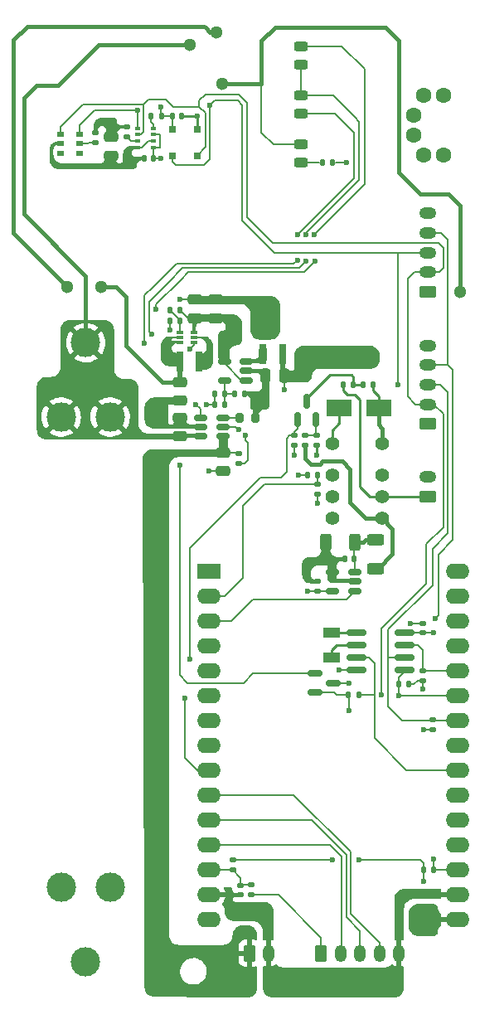
<source format=gbr>
%TF.GenerationSoftware,KiCad,Pcbnew,(6.0.9)*%
%TF.CreationDate,2023-05-10T12:51:21+05:30*%
%TF.ProjectId,WeatherKids_Compact(V1.0),57656174-6865-4724-9b69-64735f436f6d,rev?*%
%TF.SameCoordinates,Original*%
%TF.FileFunction,Copper,L1,Top*%
%TF.FilePolarity,Positive*%
%FSLAX46Y46*%
G04 Gerber Fmt 4.6, Leading zero omitted, Abs format (unit mm)*
G04 Created by KiCad (PCBNEW (6.0.9)) date 2023-05-10 12:51:21*
%MOMM*%
%LPD*%
G01*
G04 APERTURE LIST*
G04 Aperture macros list*
%AMRoundRect*
0 Rectangle with rounded corners*
0 $1 Rounding radius*
0 $2 $3 $4 $5 $6 $7 $8 $9 X,Y pos of 4 corners*
0 Add a 4 corners polygon primitive as box body*
4,1,4,$2,$3,$4,$5,$6,$7,$8,$9,$2,$3,0*
0 Add four circle primitives for the rounded corners*
1,1,$1+$1,$2,$3*
1,1,$1+$1,$4,$5*
1,1,$1+$1,$6,$7*
1,1,$1+$1,$8,$9*
0 Add four rect primitives between the rounded corners*
20,1,$1+$1,$2,$3,$4,$5,0*
20,1,$1+$1,$4,$5,$6,$7,0*
20,1,$1+$1,$6,$7,$8,$9,0*
20,1,$1+$1,$8,$9,$2,$3,0*%
G04 Aperture macros list end*
%TA.AperFunction,ComponentPad*%
%ADD10C,3.000000*%
%TD*%
%TA.AperFunction,ComponentPad*%
%ADD11C,1.400000*%
%TD*%
%TA.AperFunction,ComponentPad*%
%ADD12RoundRect,0.250000X-0.350000X-0.625000X0.350000X-0.625000X0.350000X0.625000X-0.350000X0.625000X0*%
%TD*%
%TA.AperFunction,ComponentPad*%
%ADD13O,1.200000X1.750000*%
%TD*%
%TA.AperFunction,SMDPad,CuDef*%
%ADD14RoundRect,0.150000X-0.587500X-0.150000X0.587500X-0.150000X0.587500X0.150000X-0.587500X0.150000X0*%
%TD*%
%TA.AperFunction,SMDPad,CuDef*%
%ADD15RoundRect,0.250000X-0.475000X0.250000X-0.475000X-0.250000X0.475000X-0.250000X0.475000X0.250000X0*%
%TD*%
%TA.AperFunction,SMDPad,CuDef*%
%ADD16R,0.800000X2.000000*%
%TD*%
%TA.AperFunction,ComponentPad*%
%ADD17RoundRect,0.250000X0.625000X-0.350000X0.625000X0.350000X-0.625000X0.350000X-0.625000X-0.350000X0*%
%TD*%
%TA.AperFunction,ComponentPad*%
%ADD18O,1.750000X1.200000*%
%TD*%
%TA.AperFunction,SMDPad,CuDef*%
%ADD19RoundRect,0.150000X0.512500X0.150000X-0.512500X0.150000X-0.512500X-0.150000X0.512500X-0.150000X0*%
%TD*%
%TA.AperFunction,SMDPad,CuDef*%
%ADD20RoundRect,0.135000X0.185000X-0.135000X0.185000X0.135000X-0.185000X0.135000X-0.185000X-0.135000X0*%
%TD*%
%TA.AperFunction,SMDPad,CuDef*%
%ADD21RoundRect,0.150000X-0.825000X-0.150000X0.825000X-0.150000X0.825000X0.150000X-0.825000X0.150000X0*%
%TD*%
%TA.AperFunction,SMDPad,CuDef*%
%ADD22RoundRect,0.135000X-0.185000X0.135000X-0.185000X-0.135000X0.185000X-0.135000X0.185000X0.135000X0*%
%TD*%
%TA.AperFunction,SMDPad,CuDef*%
%ADD23R,1.800000X1.000000*%
%TD*%
%TA.AperFunction,SMDPad,CuDef*%
%ADD24RoundRect,0.243750X0.456250X-0.243750X0.456250X0.243750X-0.456250X0.243750X-0.456250X-0.243750X0*%
%TD*%
%TA.AperFunction,SMDPad,CuDef*%
%ADD25RoundRect,0.250000X0.625000X-0.312500X0.625000X0.312500X-0.625000X0.312500X-0.625000X-0.312500X0*%
%TD*%
%TA.AperFunction,SMDPad,CuDef*%
%ADD26RoundRect,0.243750X-0.456250X0.243750X-0.456250X-0.243750X0.456250X-0.243750X0.456250X0.243750X0*%
%TD*%
%TA.AperFunction,SMDPad,CuDef*%
%ADD27RoundRect,0.150000X-0.512500X-0.150000X0.512500X-0.150000X0.512500X0.150000X-0.512500X0.150000X0*%
%TD*%
%TA.AperFunction,SMDPad,CuDef*%
%ADD28R,0.800000X0.500000*%
%TD*%
%TA.AperFunction,SMDPad,CuDef*%
%ADD29RoundRect,0.135000X0.135000X0.185000X-0.135000X0.185000X-0.135000X-0.185000X0.135000X-0.185000X0*%
%TD*%
%TA.AperFunction,SMDPad,CuDef*%
%ADD30RoundRect,0.135000X-0.135000X-0.185000X0.135000X-0.185000X0.135000X0.185000X-0.135000X0.185000X0*%
%TD*%
%TA.AperFunction,SMDPad,CuDef*%
%ADD31R,0.500000X0.350000*%
%TD*%
%TA.AperFunction,SMDPad,CuDef*%
%ADD32RoundRect,0.140000X-0.140000X-0.170000X0.140000X-0.170000X0.140000X0.170000X-0.140000X0.170000X0*%
%TD*%
%TA.AperFunction,ComponentPad*%
%ADD33C,1.600000*%
%TD*%
%TA.AperFunction,SMDPad,CuDef*%
%ADD34RoundRect,0.140000X0.170000X-0.140000X0.170000X0.140000X-0.170000X0.140000X-0.170000X-0.140000X0*%
%TD*%
%TA.AperFunction,SMDPad,CuDef*%
%ADD35RoundRect,0.200000X-0.200000X-0.275000X0.200000X-0.275000X0.200000X0.275000X-0.200000X0.275000X0*%
%TD*%
%TA.AperFunction,SMDPad,CuDef*%
%ADD36RoundRect,0.250000X0.475000X-0.250000X0.475000X0.250000X-0.475000X0.250000X-0.475000X-0.250000X0*%
%TD*%
%TA.AperFunction,SMDPad,CuDef*%
%ADD37RoundRect,0.140000X0.140000X0.170000X-0.140000X0.170000X-0.140000X-0.170000X0.140000X-0.170000X0*%
%TD*%
%TA.AperFunction,SMDPad,CuDef*%
%ADD38RoundRect,0.250000X-0.312500X-0.625000X0.312500X-0.625000X0.312500X0.625000X-0.312500X0.625000X0*%
%TD*%
%TA.AperFunction,SMDPad,CuDef*%
%ADD39RoundRect,0.140000X-0.170000X0.140000X-0.170000X-0.140000X0.170000X-0.140000X0.170000X0.140000X0*%
%TD*%
%TA.AperFunction,SMDPad,CuDef*%
%ADD40R,2.500000X1.800000*%
%TD*%
%TA.AperFunction,SMDPad,CuDef*%
%ADD41RoundRect,0.250000X0.250000X0.475000X-0.250000X0.475000X-0.250000X-0.475000X0.250000X-0.475000X0*%
%TD*%
%TA.AperFunction,SMDPad,CuDef*%
%ADD42R,0.800000X0.800000*%
%TD*%
%TA.AperFunction,SMDPad,CuDef*%
%ADD43R,0.670001X0.299999*%
%TD*%
%TA.AperFunction,SMDPad,CuDef*%
%ADD44RoundRect,0.150000X0.150000X-0.587500X0.150000X0.587500X-0.150000X0.587500X-0.150000X-0.587500X0*%
%TD*%
%TA.AperFunction,ComponentPad*%
%ADD45R,2.400000X1.600000*%
%TD*%
%TA.AperFunction,ComponentPad*%
%ADD46O,2.400000X1.600000*%
%TD*%
%TA.AperFunction,ViaPad*%
%ADD47C,0.600000*%
%TD*%
%TA.AperFunction,ViaPad*%
%ADD48C,1.300000*%
%TD*%
%TA.AperFunction,Conductor*%
%ADD49C,0.127000*%
%TD*%
%TA.AperFunction,Conductor*%
%ADD50C,0.254000*%
%TD*%
%TA.AperFunction,Conductor*%
%ADD51C,0.381000*%
%TD*%
%TA.AperFunction,Conductor*%
%ADD52C,0.203200*%
%TD*%
G04 APERTURE END LIST*
D10*
%TO.P,J10,1,Pin_1*%
%TO.N,+BATT*%
X5500000Y-40400000D03*
X10500000Y-40400000D03*
X8000000Y-32800000D03*
%TD*%
%TO.P,J9,1,Pin_1*%
%TO.N,GND*%
X8000000Y-96000000D03*
X5500000Y-88400000D03*
X10500000Y-88400000D03*
%TD*%
D11*
%TO.P,SW1,1*%
%TO.N,Net-(D6-Pad2)*%
X38250000Y-43100000D03*
%TO.P,SW1,2*%
%TO.N,Net-(R12-Pad1)*%
X38250000Y-46300000D03*
%TO.P,SW1,3*%
%TO.N,/PANEL_POSITIVE*%
X38250000Y-48500000D03*
%TO.P,SW1,4*%
%TO.N,Net-(R26-Pad1)*%
X38250000Y-50700000D03*
%TO.P,SW1,5*%
%TO.N,unconnected-(SW1-Pad5)*%
X33170000Y-50700000D03*
%TO.P,SW1,6*%
%TO.N,unconnected-(SW1-Pad6)*%
X33170000Y-48500000D03*
%TO.P,SW1,7*%
%TO.N,unconnected-(SW1-Pad7)*%
X33170000Y-46300000D03*
%TO.P,SW1,8*%
%TO.N,+5V*%
X33170000Y-43100000D03*
%TD*%
D12*
%TO.P,J4,1,Pin_1*%
%TO.N,VDC*%
X24700000Y-95150000D03*
D13*
%TO.P,J4,2,Pin_2*%
%TO.N,GND*%
X26700000Y-95150000D03*
%TD*%
D14*
%TO.P,D4,1,A*%
%TO.N,+BATT*%
X31412500Y-66600000D03*
%TO.P,D4,2,A*%
%TO.N,+3V3*%
X31412500Y-68500000D03*
%TO.P,D4,3,K*%
%TO.N,Net-(C2-Pad1)*%
X33287500Y-67550000D03*
%TD*%
D15*
%TO.P,C11,1*%
%TO.N,/BAT*%
X17600000Y-36850000D03*
%TO.P,C11,2*%
%TO.N,GND*%
X17600000Y-38750000D03*
%TD*%
D16*
%TO.P,L1,1*%
%TO.N,/BAT*%
X17600000Y-34700000D03*
%TO.P,L1,2*%
%TO.N,Net-(L1-Pad2)*%
X19600000Y-34700000D03*
%TD*%
D17*
%TO.P,J3,1,Pin_1*%
%TO.N,+3V3*%
X42950000Y-41100000D03*
D18*
%TO.P,J3,2,Pin_2*%
%TO.N,/I2C_SDA*%
X42950000Y-39100000D03*
%TO.P,J3,3,Pin_3*%
%TO.N,/I2C_SCL*%
X42950000Y-37100000D03*
%TO.P,J3,4,Pin_4*%
%TO.N,/~{I2C_INT}*%
X42950000Y-35100000D03*
%TO.P,J3,5,Pin_5*%
%TO.N,GND*%
X42950000Y-33100000D03*
%TD*%
D19*
%TO.P,U2,1*%
%TO.N,/PANEL_CURRENT*%
X35450000Y-58150000D03*
%TO.P,U2,2,GND*%
%TO.N,GND*%
X35450000Y-57200000D03*
%TO.P,U2,3,+*%
%TO.N,Net-(C3-Pad2)*%
X35450000Y-56250000D03*
%TO.P,U2,4,-*%
%TO.N,GND*%
X33175000Y-56250000D03*
%TO.P,U2,5,V+*%
%TO.N,+3V3*%
X33175000Y-58150000D03*
%TD*%
D20*
%TO.P,R10,1*%
%TO.N,GND*%
X31550000Y-43310000D03*
%TO.P,R10,2*%
%TO.N,Net-(Q1-Pad2)*%
X31550000Y-42290000D03*
%TD*%
D21*
%TO.P,U9,1,OSCI*%
%TO.N,Net-(U9-Pad1)*%
X35650000Y-62450000D03*
%TO.P,U9,2,OSCO*%
%TO.N,Net-(U9-Pad2)*%
X35650000Y-63720000D03*
%TO.P,U9,3,~{INT}*%
%TO.N,/Environment Sensors/~{RTC_INT}*%
X35650000Y-64990000D03*
%TO.P,U9,4,VSS*%
%TO.N,GND*%
X35650000Y-66260000D03*
%TO.P,U9,5,SDA*%
%TO.N,/I2C_SDA*%
X40600000Y-66260000D03*
%TO.P,U9,6,SCL*%
%TO.N,/I2C_SCL*%
X40600000Y-64990000D03*
%TO.P,U9,7,CLKO*%
%TO.N,/Environment Sensors/RTC_CLK*%
X40600000Y-63720000D03*
%TO.P,U9,8,VDD*%
%TO.N,Net-(C2-Pad1)*%
X40600000Y-62450000D03*
%TD*%
D22*
%TO.P,R9,1*%
%TO.N,+3V3*%
X12200000Y-10790000D03*
%TO.P,R9,2*%
%TO.N,Net-(R9-Pad2)*%
X12200000Y-11810000D03*
%TD*%
D23*
%TO.P,Y1,1,1*%
%TO.N,Net-(U9-Pad2)*%
X33125000Y-64950000D03*
%TO.P,Y1,2,2*%
%TO.N,Net-(U9-Pad1)*%
X33125000Y-62450000D03*
%TD*%
D24*
%TO.P,D5,1,K*%
%TO.N,Net-(D5-Pad1)*%
X30000000Y-14437500D03*
%TO.P,D5,2,A*%
%TO.N,+3V3*%
X30000000Y-12562500D03*
%TD*%
D25*
%TO.P,R26,1*%
%TO.N,Net-(R26-Pad1)*%
X37600000Y-55862500D03*
%TO.P,R26,2*%
%TO.N,Net-(C3-Pad2)*%
X37600000Y-52937500D03*
%TD*%
D26*
%TO.P,D2,1,K*%
%TO.N,Net-(D2-Pad1)*%
X30000000Y-2562500D03*
%TO.P,D2,2,A*%
%TO.N,Net-(D1-Pad2)*%
X30000000Y-4437500D03*
%TD*%
D15*
%TO.P,C5,1*%
%TO.N,+3V3*%
X10600000Y-11800000D03*
%TO.P,C5,2*%
%TO.N,GND*%
X10600000Y-13700000D03*
%TD*%
D27*
%TO.P,U6,1,~{CHRG}*%
%TO.N,Net-(D2-Pad1)*%
X19725000Y-40450000D03*
%TO.P,U6,2,GND*%
%TO.N,GND*%
X19725000Y-41400000D03*
%TO.P,U6,3,BAT*%
%TO.N,+BATT*%
X19725000Y-42350000D03*
%TO.P,U6,4,VCC*%
%TO.N,VDC*%
X22000000Y-42350000D03*
%TO.P,U6,5,~{STDBY}*%
%TO.N,Net-(D1-Pad1)*%
X22000000Y-41400000D03*
%TO.P,U6,6,PROG*%
%TO.N,Net-(R17-Pad1)*%
X22000000Y-40450000D03*
%TD*%
D28*
%TO.P,U5,1,NC*%
%TO.N,unconnected-(U5-Pad1)*%
X7400000Y-13500000D03*
%TO.P,U5,2,VDD*%
%TO.N,Net-(R4-Pad2)*%
X7400000Y-12500000D03*
%TO.P,U5,3,SCL*%
%TO.N,/I2C_SCL*%
X7400000Y-11500000D03*
%TO.P,U5,4,SDA*%
%TO.N,/I2C_SDA*%
X5400000Y-11500000D03*
%TO.P,U5,5,GND*%
%TO.N,GND*%
X5400000Y-12500000D03*
%TO.P,U5,6,NC*%
%TO.N,unconnected-(U5-Pad6)*%
X5400000Y-13500000D03*
%TD*%
D29*
%TO.P,R3,1*%
%TO.N,Net-(Q1-Pad3)*%
X35320000Y-37100000D03*
%TO.P,R3,2*%
%TO.N,/PANEL_POSITIVE*%
X34300000Y-37100000D03*
%TD*%
D30*
%TO.P,R18,1*%
%TO.N,+3V3*%
X21180000Y-39100000D03*
%TO.P,R18,2*%
%TO.N,Net-(C10-Pad2)*%
X22200000Y-39100000D03*
%TD*%
%TO.P,R5,1*%
%TO.N,+3V3*%
X42490000Y-86600000D03*
%TO.P,R5,2*%
%TO.N,/~{I2C_INT}*%
X43510000Y-86600000D03*
%TD*%
D29*
%TO.P,R25,1*%
%TO.N,GND*%
X33210000Y-14400000D03*
%TO.P,R25,2*%
%TO.N,Net-(D5-Pad1)*%
X32190000Y-14400000D03*
%TD*%
D17*
%TO.P,J5,1,Pin_1*%
%TO.N,/PANEL_POSITIVE*%
X42950000Y-48500000D03*
D18*
%TO.P,J5,2,Pin_2*%
%TO.N,GND*%
X42950000Y-46500000D03*
%TD*%
D29*
%TO.P,R24,1*%
%TO.N,+3V3*%
X41010000Y-67700000D03*
%TO.P,R24,2*%
%TO.N,/I2C_SDA*%
X39990000Y-67700000D03*
%TD*%
D20*
%TO.P,R14,1*%
%TO.N,Net-(D1-Pad2)*%
X23650000Y-45110000D03*
%TO.P,R14,2*%
%TO.N,VDC*%
X23650000Y-44090000D03*
%TD*%
D31*
%TO.P,U3,1,GND*%
%TO.N,GND*%
X13300000Y-12875000D03*
%TO.P,U3,2,CSB*%
%TO.N,Net-(R9-Pad2)*%
X13300000Y-12225000D03*
%TO.P,U3,3,SDI*%
%TO.N,/I2C_SDA*%
X13300000Y-11575000D03*
%TO.P,U3,4,SCK*%
%TO.N,/I2C_SCL*%
X13300000Y-10925000D03*
%TO.P,U3,5,SDO*%
%TO.N,Net-(R8-Pad2)*%
X14900000Y-10925000D03*
%TO.P,U3,6,VDDIO*%
%TO.N,+3V3*%
X14900000Y-11575000D03*
%TO.P,U3,7,GND*%
%TO.N,GND*%
X14900000Y-12225000D03*
%TO.P,U3,8,VDD*%
%TO.N,+3V3*%
X14900000Y-12875000D03*
%TD*%
D32*
%TO.P,C10,1*%
%TO.N,+3V3*%
X21210000Y-38000000D03*
%TO.P,C10,2*%
%TO.N,Net-(C10-Pad2)*%
X22170000Y-38000000D03*
%TD*%
D20*
%TO.P,R23,1*%
%TO.N,+3V3*%
X43400000Y-72360000D03*
%TO.P,R23,2*%
%TO.N,/I2C_SCL*%
X43400000Y-71340000D03*
%TD*%
D33*
%TO.P,SW2,1*%
%TO.N,N/C*%
X44525000Y-7550000D03*
%TO.P,SW2,2,B*%
%TO.N,/BAT*%
X42525000Y-7550000D03*
%TO.P,SW2,3*%
%TO.N,N/C*%
X44525000Y-13650000D03*
%TO.P,SW2,4,A*%
%TO.N,+BATT*%
X42525000Y-13650000D03*
%TO.P,SW2,5*%
%TO.N,N/C*%
X41525000Y-9600000D03*
%TO.P,SW2,6*%
X41525000Y-11600000D03*
%TD*%
D22*
%TO.P,R4,1*%
%TO.N,+3V3*%
X9000000Y-11390000D03*
%TO.P,R4,2*%
%TO.N,Net-(R4-Pad2)*%
X9000000Y-12410000D03*
%TD*%
%TO.P,R6,1*%
%TO.N,Net-(Q1-Pad2)*%
X30400000Y-42290000D03*
%TO.P,R6,2*%
%TO.N,Net-(R26-Pad1)*%
X30400000Y-43310000D03*
%TD*%
D24*
%TO.P,D1,1,K*%
%TO.N,Net-(D1-Pad1)*%
X30000000Y-9437500D03*
%TO.P,D1,2,A*%
%TO.N,Net-(D1-Pad2)*%
X30000000Y-7562500D03*
%TD*%
D29*
%TO.P,R13,1*%
%TO.N,/PANEL_VOLT*%
X31660000Y-46300000D03*
%TO.P,R13,2*%
%TO.N,GND*%
X30640000Y-46300000D03*
%TD*%
D32*
%TO.P,C3,1*%
%TO.N,GND*%
X34420000Y-54900000D03*
%TO.P,C3,2*%
%TO.N,Net-(C3-Pad2)*%
X35380000Y-54900000D03*
%TD*%
D34*
%TO.P,C2,1*%
%TO.N,Net-(C2-Pad1)*%
X42450000Y-62430000D03*
%TO.P,C2,2*%
%TO.N,GND*%
X42450000Y-61470000D03*
%TD*%
D20*
%TO.P,R12,1*%
%TO.N,Net-(R12-Pad1)*%
X31650000Y-48310000D03*
%TO.P,R12,2*%
%TO.N,/PANEL_VOLT*%
X31650000Y-47290000D03*
%TD*%
D35*
%TO.P,R17,1*%
%TO.N,Net-(R17-Pad1)*%
X23675000Y-40450000D03*
%TO.P,R17,2*%
%TO.N,GND*%
X25325000Y-40450000D03*
%TD*%
D36*
%TO.P,C16,1*%
%TO.N,GND*%
X22000000Y-45950000D03*
%TO.P,C16,2*%
%TO.N,VDC*%
X22000000Y-44050000D03*
%TD*%
D37*
%TO.P,C4,1*%
%TO.N,+3V3*%
X14900000Y-14000000D03*
%TO.P,C4,2*%
%TO.N,GND*%
X13940000Y-14000000D03*
%TD*%
D29*
%TO.P,R19,1*%
%TO.N,+5V*%
X17610000Y-29500000D03*
%TO.P,R19,2*%
%TO.N,Net-(R19-Pad2)*%
X16590000Y-29500000D03*
%TD*%
D20*
%TO.P,R22,1*%
%TO.N,+3V3*%
X42450000Y-67320000D03*
%TO.P,R22,2*%
%TO.N,/Environment Sensors/RTC_CLK*%
X42450000Y-66300000D03*
%TD*%
D36*
%TO.P,C15,1*%
%TO.N,+BATT*%
X17600000Y-42350000D03*
%TO.P,C15,2*%
%TO.N,GND*%
X17600000Y-40450000D03*
%TD*%
%TO.P,C13,1*%
%TO.N,+5V*%
X19150000Y-30300000D03*
%TO.P,C13,2*%
%TO.N,GND*%
X19150000Y-28400000D03*
%TD*%
D38*
%TO.P,R2,1*%
%TO.N,GND*%
X32537500Y-53200000D03*
%TO.P,R2,2*%
%TO.N,Net-(C3-Pad2)*%
X35462500Y-53200000D03*
%TD*%
D30*
%TO.P,R1,1*%
%TO.N,+3V3*%
X34840000Y-68750000D03*
%TO.P,R1,2*%
%TO.N,/Environment Sensors/~{RTC_INT}*%
X35860000Y-68750000D03*
%TD*%
D32*
%TO.P,C7,1*%
%TO.N,+3V3*%
X16820000Y-9700000D03*
%TO.P,C7,2*%
%TO.N,GND*%
X17780000Y-9700000D03*
%TD*%
D29*
%TO.P,R8,1*%
%TO.N,+3V3*%
X15710000Y-9700000D03*
%TO.P,R8,2*%
%TO.N,Net-(R8-Pad2)*%
X14690000Y-9700000D03*
%TD*%
D39*
%TO.P,C6,1*%
%TO.N,GND*%
X31662500Y-57200000D03*
%TO.P,C6,2*%
%TO.N,+3V3*%
X31662500Y-58160000D03*
%TD*%
D40*
%TO.P,D6,1,K*%
%TO.N,+5V*%
X33900000Y-39500000D03*
%TO.P,D6,2,A*%
%TO.N,Net-(D6-Pad2)*%
X37900000Y-39500000D03*
%TD*%
D22*
%TO.P,R11,1*%
%TO.N,/PANEL_CURRENT_SW*%
X29300000Y-42300000D03*
%TO.P,R11,2*%
%TO.N,GND*%
X29300000Y-43320000D03*
%TD*%
D30*
%TO.P,R7,1*%
%TO.N,Net-(Q1-Pad3)*%
X36290000Y-37100000D03*
%TO.P,R7,2*%
%TO.N,Net-(D6-Pad2)*%
X37310000Y-37100000D03*
%TD*%
D41*
%TO.P,C12,1*%
%TO.N,+3V3*%
X28240000Y-36200000D03*
%TO.P,C12,2*%
%TO.N,GND*%
X26340000Y-36200000D03*
%TD*%
D17*
%TO.P,J1,1,Pin_1*%
%TO.N,+3V3*%
X42950000Y-27600000D03*
D18*
%TO.P,J1,2,Pin_2*%
%TO.N,/I2C_SDA*%
X42950000Y-25600000D03*
%TO.P,J1,3,Pin_3*%
%TO.N,/I2C_SCL*%
X42950000Y-23600000D03*
%TO.P,J1,4,Pin_4*%
%TO.N,/~{I2C_INT}*%
X42950000Y-21600000D03*
%TO.P,J1,5,Pin_5*%
%TO.N,GND*%
X42950000Y-19600000D03*
%TD*%
D29*
%TO.P,R21,1*%
%TO.N,Net-(R19-Pad2)*%
X17610000Y-30550000D03*
%TO.P,R21,2*%
%TO.N,GND*%
X16590000Y-30550000D03*
%TD*%
D39*
%TO.P,C9,1*%
%TO.N,Net-(C9-Pad1)*%
X23800000Y-88220000D03*
%TO.P,C9,2*%
%TO.N,GND*%
X23800000Y-89180000D03*
%TD*%
D42*
%TO.P,U4,1,SCL*%
%TO.N,/I2C_SCL*%
X16830000Y-13700000D03*
%TO.P,U4,2,SDA*%
%TO.N,/I2C_SDA*%
X19370000Y-13700000D03*
%TO.P,U4,3,GND*%
%TO.N,GND*%
X19370000Y-11000000D03*
%TO.P,U4,4,VDD*%
%TO.N,+3V3*%
X16830000Y-11000000D03*
%TD*%
D16*
%TO.P,L2,1*%
%TO.N,Net-(L2-Pad1)*%
X26090000Y-34000000D03*
%TO.P,L2,2*%
%TO.N,+3V3*%
X28090000Y-34000000D03*
%TD*%
D22*
%TO.P,R16,1*%
%TO.N,Net-(C9-Pad1)*%
X24900000Y-88190000D03*
%TO.P,R16,2*%
%TO.N,/BUTTON*%
X24900000Y-89210000D03*
%TD*%
D43*
%TO.P,U1,1,FB*%
%TO.N,Net-(R19-Pad2)*%
X17609999Y-31749998D03*
%TO.P,U1,2,EN*%
%TO.N,/BAT*%
X17609999Y-32249997D03*
%TO.P,U1,3,VIN*%
X17609999Y-32749999D03*
%TO.P,U1,4,GND*%
%TO.N,GND*%
X19090001Y-32749999D03*
%TO.P,U1,5,SW*%
%TO.N,Net-(L1-Pad2)*%
X19090001Y-32249997D03*
%TO.P,U1,6,VOUT*%
%TO.N,+5V*%
X19090001Y-31749998D03*
%TD*%
D12*
%TO.P,J2,1,Pin_1*%
%TO.N,/BUTTON*%
X32000000Y-95150000D03*
D13*
%TO.P,J2,2,Pin_2*%
%TO.N,/GREEN_LED_3*%
X34000000Y-95150000D03*
%TO.P,J2,3,Pin_3*%
%TO.N,/GREEN_LED_2*%
X36000000Y-95150000D03*
%TO.P,J2,4,Pin_4*%
%TO.N,/GREEN_LED_1*%
X38000000Y-95150000D03*
%TO.P,J2,5,Pin_5*%
%TO.N,GND*%
X40000000Y-95150000D03*
%TD*%
D44*
%TO.P,Q1,1,G*%
%TO.N,/PANEL_CURRENT_SW*%
X29600000Y-40700000D03*
%TO.P,Q1,2,S*%
%TO.N,Net-(Q1-Pad2)*%
X31500000Y-40700000D03*
%TO.P,Q1,3,D*%
%TO.N,Net-(Q1-Pad3)*%
X30550000Y-38825000D03*
%TD*%
D30*
%TO.P,R20,1*%
%TO.N,Net-(C10-Pad2)*%
X23180000Y-38000000D03*
%TO.P,R20,2*%
%TO.N,GND*%
X24200000Y-38000000D03*
%TD*%
D22*
%TO.P,R15,1*%
%TO.N,+3V3*%
X23000000Y-85640000D03*
%TO.P,R15,2*%
%TO.N,Net-(C9-Pad1)*%
X23000000Y-86660000D03*
%TD*%
D19*
%TO.P,U7,1,EN*%
%TO.N,+5V*%
X24427500Y-36650000D03*
%TO.P,U7,2,GND*%
%TO.N,GND*%
X24427500Y-35700000D03*
%TO.P,U7,3,LX*%
%TO.N,Net-(L2-Pad1)*%
X24427500Y-34750000D03*
%TO.P,U7,4,VIN*%
%TO.N,+5V*%
X22152500Y-34750000D03*
%TO.P,U7,5,FB*%
%TO.N,Net-(C10-Pad2)*%
X22152500Y-36650000D03*
%TD*%
D45*
%TO.P,MOD1,1,~{EN}*%
%TO.N,unconnected-(MOD1-Pad1)*%
X20550000Y-56140000D03*
D46*
%TO.P,MOD1,2,VP*%
%TO.N,/PANEL_VOLT*%
X20550000Y-58680000D03*
%TO.P,MOD1,3,VN*%
%TO.N,/PANEL_CURRENT*%
X20550000Y-61220000D03*
%TO.P,MOD1,4,D34*%
%TO.N,unconnected-(MOD1-Pad4)*%
X20550000Y-63760000D03*
%TO.P,MOD1,5,D35*%
%TO.N,unconnected-(MOD1-Pad5)*%
X20550000Y-66300000D03*
%TO.P,MOD1,6,D32*%
%TO.N,unconnected-(MOD1-Pad6)*%
X20550000Y-68840000D03*
%TO.P,MOD1,7,D33*%
%TO.N,unconnected-(MOD1-Pad7)*%
X20550000Y-71380000D03*
%TO.P,MOD1,8,D25*%
%TO.N,unconnected-(MOD1-Pad8)*%
X20550000Y-73920000D03*
%TO.P,MOD1,9,D26*%
%TO.N,/PANEL_CURRENT_SW*%
X20550000Y-76460000D03*
%TO.P,MOD1,10,D27*%
%TO.N,/GREEN_LED_1*%
X20550000Y-79000000D03*
%TO.P,MOD1,11,D14*%
%TO.N,/GREEN_LED_2*%
X20550000Y-81540000D03*
%TO.P,MOD1,12,D12*%
%TO.N,/GREEN_LED_3*%
X20550000Y-84080000D03*
%TO.P,MOD1,13,D13*%
%TO.N,Net-(C9-Pad1)*%
X20550000Y-86620000D03*
%TO.P,MOD1,14,GND*%
%TO.N,GND*%
X20550000Y-89160000D03*
%TO.P,MOD1,15,VIN*%
%TO.N,unconnected-(MOD1-Pad15)*%
X20550000Y-91700000D03*
%TO.P,MOD1,16,3V3*%
%TO.N,+3V3*%
X45950000Y-91700000D03*
%TO.P,MOD1,17,GND*%
%TO.N,GND*%
X45950000Y-89160000D03*
%TO.P,MOD1,18,D15*%
%TO.N,/~{I2C_INT}*%
X45950000Y-86620000D03*
%TO.P,MOD1,19,D2*%
%TO.N,unconnected-(MOD1-Pad19)*%
X45950000Y-84080000D03*
%TO.P,MOD1,20,D4*%
%TO.N,unconnected-(MOD1-Pad20)*%
X45950000Y-81540000D03*
%TO.P,MOD1,21,RX2/D16*%
%TO.N,unconnected-(MOD1-Pad21)*%
X45950000Y-79000000D03*
%TO.P,MOD1,22,TX2/D17*%
%TO.N,/Environment Sensors/~{RTC_INT}*%
X45950000Y-76460000D03*
%TO.P,MOD1,23,D5*%
%TO.N,unconnected-(MOD1-Pad23)*%
X45950000Y-73920000D03*
%TO.P,MOD1,24,D18*%
%TO.N,/I2C_SCL*%
X45950000Y-71380000D03*
%TO.P,MOD1,25,D19*%
%TO.N,/I2C_SDA*%
X45950000Y-68840000D03*
%TO.P,MOD1,26,D21*%
%TO.N,/Environment Sensors/RTC_CLK*%
X45950000Y-66300000D03*
%TO.P,MOD1,27,RX0/D3*%
%TO.N,unconnected-(MOD1-Pad27)*%
X45950000Y-63760000D03*
%TO.P,MOD1,28,TX0/D1*%
%TO.N,unconnected-(MOD1-Pad28)*%
X45950000Y-61220000D03*
%TO.P,MOD1,29,D22*%
%TO.N,unconnected-(MOD1-Pad29)*%
X45950000Y-58680000D03*
%TO.P,MOD1,30,D23*%
%TO.N,unconnected-(MOD1-Pad30)*%
X45950000Y-56140000D03*
%TD*%
D36*
%TO.P,C8,1*%
%TO.N,+5V*%
X21250000Y-30300000D03*
%TO.P,C8,2*%
%TO.N,GND*%
X21250000Y-28400000D03*
%TD*%
D47*
%TO.N,GND*%
X26300000Y-39100000D03*
X25300000Y-39100000D03*
X29750000Y-46300000D03*
X29300000Y-44300000D03*
X31750000Y-55100000D03*
X34600000Y-14400000D03*
X20550000Y-45950000D03*
X33850000Y-66250000D03*
X25600000Y-31700000D03*
X15400000Y-40100000D03*
X31550000Y-44300000D03*
X26600000Y-31700000D03*
X16600000Y-31500000D03*
X15400000Y-41100000D03*
X18600000Y-33500000D03*
X25600000Y-30700000D03*
X41150000Y-61450000D03*
X19370000Y-9700000D03*
X26600000Y-30700000D03*
X30750000Y-55100000D03*
X12500000Y-14600000D03*
X17600000Y-28400000D03*
%TO.N,+3V3*%
X35900000Y-85650000D03*
X30650000Y-58150000D03*
X20300000Y-39100000D03*
X15700000Y-14000000D03*
X28250000Y-37650000D03*
X42500000Y-72350000D03*
X34850000Y-70350000D03*
D48*
X36100000Y-34200000D03*
D47*
X42500000Y-87800000D03*
X33200000Y-85650000D03*
X42450000Y-68200000D03*
X15700000Y-8700000D03*
D48*
X46250000Y-27600000D03*
X21900000Y-6350000D03*
D47*
X10600000Y-10200000D03*
D48*
X42500000Y-91700000D03*
D47*
%TO.N,/I2C_SDA*%
X39990000Y-68840000D03*
X38200000Y-68800000D03*
%TO.N,/I2C_SCL*%
X39900000Y-37100000D03*
X13300000Y-9100000D03*
X20700000Y-8600000D03*
%TO.N,/~{I2C_INT}*%
X43700000Y-60950000D03*
X43550000Y-85500000D03*
%TO.N,/PANEL_CURRENT_SW*%
X18600000Y-65100000D03*
X18100000Y-69100000D03*
%TO.N,+5V*%
X22100000Y-33800000D03*
%TO.N,Net-(D2-Pad1)*%
X15200000Y-29400000D03*
X31400000Y-24500000D03*
X31300000Y-21800000D03*
X19250000Y-39100000D03*
%TO.N,Net-(D1-Pad1)*%
X14000000Y-32900000D03*
X23600000Y-41700000D03*
X29600000Y-21800000D03*
X29600000Y-24400000D03*
%TO.N,Net-(C2-Pad1)*%
X43500000Y-62450000D03*
X34850000Y-67550000D03*
D48*
%TO.N,+BATT*%
X18600000Y-2400000D03*
D47*
X17600000Y-45300000D03*
X16250000Y-42400000D03*
%TO.N,Net-(D1-Pad2)*%
X30500000Y-24500000D03*
X24300000Y-42250000D03*
X30500000Y-21800000D03*
X14700000Y-31900000D03*
D48*
%TO.N,/BAT*%
X21300000Y-1100000D03*
X6100000Y-27100000D03*
X9600000Y-27100000D03*
D47*
%TO.N,Net-(R12-Pad1)*%
X31650000Y-49200000D03*
%TD*%
D49*
%TO.N,/BUTTON*%
X27660000Y-89210000D02*
X32000000Y-93550000D01*
X32000000Y-93550000D02*
X32000000Y-95150000D01*
X26190000Y-89210000D02*
X27660000Y-89210000D01*
X24900000Y-89210000D02*
X26190000Y-89210000D01*
%TO.N,GND*%
X33525000Y-14400000D02*
X34600000Y-14400000D01*
X19090001Y-33009999D02*
X18600000Y-33500000D01*
D50*
X19370000Y-9700000D02*
X17780000Y-9700000D01*
D49*
X41170000Y-61470000D02*
X41150000Y-61450000D01*
X42450000Y-61470000D02*
X41170000Y-61470000D01*
X14375000Y-12225000D02*
X13725000Y-12875000D01*
X16590000Y-31490000D02*
X16600000Y-31500000D01*
X19090001Y-32749999D02*
X19090001Y-33009999D01*
X35650000Y-66260000D02*
X35640000Y-66250000D01*
X22000000Y-45950000D02*
X20550000Y-45950000D01*
D50*
X31550000Y-43360000D02*
X31550000Y-44300000D01*
D49*
X35640000Y-66250000D02*
X33850000Y-66250000D01*
X14900000Y-12225000D02*
X14375000Y-12225000D01*
X30640000Y-46300000D02*
X29750000Y-46300000D01*
X16590000Y-30550000D02*
X16590000Y-31490000D01*
X19150000Y-28400000D02*
X21250000Y-28400000D01*
X29300000Y-43320000D02*
X29300000Y-44300000D01*
X13725000Y-12875000D02*
X13300000Y-12875000D01*
D50*
X19370000Y-11000000D02*
X19370000Y-9700000D01*
D49*
X19150000Y-28400000D02*
X17600000Y-28400000D01*
%TO.N,+3V3*%
X28250000Y-37650000D02*
X28250000Y-36210000D01*
X15600000Y-11575000D02*
X14900000Y-11575000D01*
X21180000Y-39100000D02*
X21180000Y-38030000D01*
D51*
X25950000Y-2000000D02*
X27350000Y-600000D01*
D49*
X33350000Y-68500000D02*
X33600000Y-68750000D01*
X42490000Y-85990000D02*
X42150000Y-85650000D01*
X16830000Y-11000000D02*
X16830000Y-9710000D01*
D51*
X40000000Y-15450000D02*
X42200000Y-17650000D01*
X31652500Y-58150000D02*
X31662500Y-58160000D01*
D49*
X16820000Y-9700000D02*
X15710000Y-9700000D01*
X23000000Y-85640000D02*
X24040000Y-85640000D01*
X42490000Y-87790000D02*
X42500000Y-87800000D01*
X30000000Y-12562500D02*
X27162500Y-12562500D01*
X25950000Y-6400000D02*
X25900000Y-6350000D01*
X41010000Y-67700000D02*
X41500000Y-67700000D01*
X21180000Y-38030000D02*
X21210000Y-38000000D01*
D51*
X25950000Y-6350000D02*
X25950000Y-2000000D01*
D49*
X25900000Y-6350000D02*
X21900000Y-6350000D01*
X16830000Y-9710000D02*
X16820000Y-9700000D01*
X34850000Y-68760000D02*
X34840000Y-68750000D01*
D51*
X38600000Y-600000D02*
X40000000Y-2000000D01*
D49*
X28250000Y-36210000D02*
X28240000Y-36200000D01*
D51*
X46250000Y-18850000D02*
X46250000Y-27600000D01*
D49*
X33600000Y-68750000D02*
X34840000Y-68750000D01*
X42510000Y-72360000D02*
X42500000Y-72350000D01*
X34850000Y-70350000D02*
X34850000Y-68760000D01*
X25950000Y-11350000D02*
X25950000Y-6400000D01*
X41500000Y-67700000D02*
X41880000Y-67320000D01*
X42150000Y-85650000D02*
X35900000Y-85650000D01*
D51*
X45050000Y-17650000D02*
X46250000Y-18850000D01*
X40000000Y-2000000D02*
X40000000Y-15450000D01*
X42200000Y-17650000D02*
X45050000Y-17650000D01*
X27350000Y-600000D02*
X38600000Y-600000D01*
X21900000Y-6350000D02*
X25950000Y-6350000D01*
D49*
X42490000Y-86600000D02*
X42490000Y-85990000D01*
X15700000Y-8700000D02*
X15700000Y-9690000D01*
X14900000Y-14000000D02*
X14900000Y-12875000D01*
X31412500Y-68500000D02*
X33350000Y-68500000D01*
X27162500Y-12562500D02*
X25950000Y-11350000D01*
X15700000Y-9690000D02*
X15710000Y-9700000D01*
X14900000Y-14000000D02*
X15800000Y-14000000D01*
X41880000Y-67320000D02*
X42450000Y-67320000D01*
X42450000Y-68200000D02*
X42450000Y-67320000D01*
X21180000Y-39100000D02*
X20300000Y-39100000D01*
X14900000Y-12875000D02*
X15600000Y-12875000D01*
D52*
X33175000Y-58150000D02*
X30650000Y-58150000D01*
D49*
X42490000Y-86600000D02*
X42490000Y-87790000D01*
X15600000Y-12875000D02*
X15600000Y-11575000D01*
X24050000Y-85650000D02*
X33200000Y-85650000D01*
X43400000Y-72360000D02*
X42510000Y-72360000D01*
X24040000Y-85640000D02*
X24050000Y-85650000D01*
%TO.N,Net-(C10-Pad2)*%
X22152500Y-36650000D02*
X22152500Y-37982500D01*
X22170000Y-38000000D02*
X22170000Y-39070000D01*
X22152500Y-37982500D02*
X22170000Y-38000000D01*
X22170000Y-39070000D02*
X22200000Y-39100000D01*
X23180000Y-38000000D02*
X22170000Y-38000000D01*
%TO.N,/I2C_SDA*%
X13900000Y-8500000D02*
X13900000Y-10100000D01*
X23650000Y-7450000D02*
X24500000Y-8300000D01*
X24500000Y-8300000D02*
X24500000Y-20000000D01*
X19600000Y-8100000D02*
X20250000Y-7450000D01*
X42950000Y-25600000D02*
X41600000Y-25600000D01*
X43500000Y-39100000D02*
X42950000Y-39100000D01*
X20250000Y-12820000D02*
X20250000Y-9350000D01*
X41700000Y-39100000D02*
X42950000Y-39100000D01*
X38200000Y-62000000D02*
X42800000Y-57400000D01*
X14400000Y-8000000D02*
X13900000Y-8500000D01*
X13900000Y-8500000D02*
X7700000Y-8500000D01*
X44500000Y-23100000D02*
X44500000Y-25200000D01*
X13300000Y-11575000D02*
X13625000Y-11575000D01*
X20250000Y-7450000D02*
X23650000Y-7450000D01*
X40900000Y-26300000D02*
X40900000Y-38300000D01*
X38200000Y-68800000D02*
X38200000Y-62000000D01*
X16900000Y-8700000D02*
X16200000Y-8000000D01*
X20250000Y-9350000D02*
X19600000Y-8700000D01*
X40900000Y-38300000D02*
X41700000Y-39100000D01*
X19370000Y-13700000D02*
X20250000Y-12820000D01*
X44500000Y-51700000D02*
X44500000Y-40100000D01*
X39990000Y-67010000D02*
X39990000Y-68840000D01*
X44500000Y-40100000D02*
X43500000Y-39100000D01*
X39990000Y-68840000D02*
X45950000Y-68840000D01*
X19600000Y-8700000D02*
X19600000Y-8100000D01*
X13900000Y-11300000D02*
X13900000Y-10100000D01*
X24500000Y-20000000D02*
X27100000Y-22600000D01*
X7700000Y-8500000D02*
X5400000Y-10800000D01*
X16200000Y-8000000D02*
X14400000Y-8000000D01*
X42800000Y-57400000D02*
X42800000Y-53400000D01*
X41600000Y-25600000D02*
X40900000Y-26300000D01*
X44500000Y-25200000D02*
X44100000Y-25600000D01*
X19600000Y-8700000D02*
X16900000Y-8700000D01*
X44100000Y-25600000D02*
X42950000Y-25600000D01*
X5400000Y-10800000D02*
X5400000Y-11500000D01*
X13625000Y-11575000D02*
X13900000Y-11300000D01*
X27100000Y-22600000D02*
X44000000Y-22600000D01*
X44000000Y-22600000D02*
X44500000Y-23100000D01*
X40600000Y-66260000D02*
X40600000Y-66400000D01*
X40600000Y-66400000D02*
X39990000Y-67010000D01*
X42800000Y-53400000D02*
X44500000Y-51700000D01*
%TO.N,/I2C_SCL*%
X8900000Y-9100000D02*
X12900000Y-9100000D01*
X45950000Y-71380000D02*
X40330000Y-71380000D01*
X43400000Y-57600000D02*
X43400000Y-53850000D01*
X20700000Y-8600000D02*
X21200000Y-8100000D01*
X38900000Y-69950000D02*
X38900000Y-64990000D01*
X39900000Y-23600000D02*
X39900000Y-37100000D01*
X12900000Y-9100000D02*
X13300000Y-9100000D01*
X20700000Y-14100000D02*
X20700000Y-8600000D01*
X44200000Y-37100000D02*
X42950000Y-37100000D01*
X38900000Y-64990000D02*
X38900000Y-62100000D01*
X24000000Y-20300000D02*
X27300000Y-23600000D01*
X7400000Y-10600000D02*
X8900000Y-9100000D01*
X16830000Y-13700000D02*
X16830000Y-14330000D01*
X23500000Y-8100000D02*
X24000000Y-8600000D01*
X13300000Y-9400000D02*
X13300000Y-9100000D01*
X7400000Y-11500000D02*
X7400000Y-10600000D01*
X40330000Y-71380000D02*
X38900000Y-69950000D01*
X45000000Y-52250000D02*
X45000000Y-37900000D01*
X13300000Y-9400000D02*
X13300000Y-10925000D01*
X38900000Y-64990000D02*
X40600000Y-64990000D01*
X17200000Y-14700000D02*
X20100000Y-14700000D01*
X45000000Y-37900000D02*
X44200000Y-37100000D01*
X43400000Y-53850000D02*
X45000000Y-52250000D01*
X21200000Y-8100000D02*
X23500000Y-8100000D01*
X39900000Y-23600000D02*
X42950000Y-23600000D01*
X20100000Y-14700000D02*
X20700000Y-14100000D01*
X38900000Y-62100000D02*
X43400000Y-57600000D01*
X24000000Y-8600000D02*
X24000000Y-20300000D01*
X27300000Y-23600000D02*
X39900000Y-23600000D01*
X16830000Y-14330000D02*
X17200000Y-14700000D01*
%TO.N,/~{I2C_INT}*%
X45000000Y-35100000D02*
X45500000Y-35600000D01*
X43550000Y-85500000D02*
X43550000Y-86560000D01*
X44950000Y-35100000D02*
X45000000Y-35100000D01*
X43550000Y-86560000D02*
X43510000Y-86600000D01*
X45500000Y-52950000D02*
X44000000Y-54450000D01*
X44000000Y-60650000D02*
X43700000Y-60950000D01*
X45500000Y-35600000D02*
X45500000Y-52950000D01*
X44300000Y-21600000D02*
X45000000Y-22300000D01*
X45000000Y-35050000D02*
X44950000Y-35100000D01*
X45950000Y-86620000D02*
X43530000Y-86620000D01*
X43530000Y-86620000D02*
X43510000Y-86600000D01*
X42950000Y-21600000D02*
X44300000Y-21600000D01*
X44000000Y-54450000D02*
X44000000Y-60650000D01*
X44950000Y-35100000D02*
X42950000Y-35100000D01*
X45000000Y-22300000D02*
X45000000Y-35050000D01*
%TO.N,/GREEN_LED_1*%
X35050000Y-91100000D02*
X35050000Y-84800000D01*
X38000000Y-94050000D02*
X35050000Y-91100000D01*
X35050000Y-84800000D02*
X29250000Y-79000000D01*
X38000000Y-95150000D02*
X38000000Y-94050000D01*
X29250000Y-79000000D02*
X20550000Y-79000000D01*
%TO.N,/GREEN_LED_2*%
X31040000Y-81540000D02*
X20550000Y-81540000D01*
X34600000Y-85100000D02*
X31040000Y-81540000D01*
X34600000Y-91500000D02*
X34600000Y-85100000D01*
X36000000Y-92900000D02*
X34600000Y-91500000D01*
X36000000Y-95150000D02*
X36000000Y-92900000D01*
%TO.N,/GREEN_LED_3*%
X34150000Y-85250000D02*
X32980000Y-84080000D01*
X34000000Y-95150000D02*
X34150000Y-95000000D01*
X34150000Y-95000000D02*
X34150000Y-85250000D01*
X32980000Y-84080000D02*
X20550000Y-84080000D01*
%TO.N,/PANEL_CURRENT_SW*%
X20550000Y-76460000D02*
X19360000Y-76460000D01*
X18600000Y-53800000D02*
X25800000Y-46600000D01*
X18100000Y-75200000D02*
X18700000Y-75800000D01*
X18100000Y-69100000D02*
X18100000Y-75200000D01*
X29600000Y-41600000D02*
X29600000Y-40700000D01*
X29300000Y-42300000D02*
X29300000Y-41900000D01*
X19360000Y-76460000D02*
X18700000Y-75800000D01*
X28800000Y-42300000D02*
X28500000Y-42600000D01*
X29300000Y-42300000D02*
X28800000Y-42300000D01*
X28500000Y-46020000D02*
X27920000Y-46600000D01*
X25800000Y-46600000D02*
X27920000Y-46600000D01*
X28500000Y-42600000D02*
X28500000Y-46020000D01*
X18600000Y-65100000D02*
X18600000Y-53800000D01*
X29300000Y-41900000D02*
X29600000Y-41600000D01*
D52*
%TO.N,Net-(Q1-Pad2)*%
X31550000Y-42290000D02*
X30400000Y-42290000D01*
X31500000Y-40700000D02*
X31500000Y-42240000D01*
X31500000Y-42240000D02*
X31550000Y-42290000D01*
D50*
%TO.N,Net-(Q1-Pad3)*%
X32900000Y-36100000D02*
X30550000Y-38450000D01*
X30550000Y-38450000D02*
X30550000Y-38825000D01*
X35320000Y-37100000D02*
X35320000Y-36320000D01*
X36290000Y-37100000D02*
X35320000Y-37100000D01*
X35100000Y-36100000D02*
X32900000Y-36100000D01*
X35320000Y-36320000D02*
X35100000Y-36100000D01*
%TO.N,/PANEL_POSITIVE*%
X36000000Y-38600000D02*
X35500000Y-38100000D01*
X42950000Y-48500000D02*
X38500000Y-48500000D01*
X34700000Y-38100000D02*
X34300000Y-37700000D01*
X34300000Y-37700000D02*
X34300000Y-37100000D01*
X36000000Y-47500000D02*
X36000000Y-38600000D01*
X35500000Y-38100000D02*
X34700000Y-38100000D01*
X37000000Y-48500000D02*
X38250000Y-48500000D01*
X37000000Y-48500000D02*
X36000000Y-47500000D01*
D49*
%TO.N,Net-(R8-Pad2)*%
X14900000Y-10925000D02*
X14900000Y-10500000D01*
X14690000Y-10290000D02*
X14690000Y-9700000D01*
X14900000Y-10500000D02*
X14690000Y-10290000D01*
%TO.N,Net-(R9-Pad2)*%
X12615000Y-12225000D02*
X13300000Y-12225000D01*
X12200000Y-11810000D02*
X12615000Y-12225000D01*
%TO.N,/PANEL_VOLT*%
X31650000Y-47290000D02*
X31650000Y-46310000D01*
X22220000Y-58680000D02*
X24050000Y-56850000D01*
X24050000Y-49480000D02*
X26240000Y-47290000D01*
X20550000Y-58680000D02*
X22220000Y-58680000D01*
X26240000Y-47290000D02*
X31650000Y-47290000D01*
X24050000Y-56850000D02*
X24050000Y-49480000D01*
X31650000Y-46310000D02*
X31660000Y-46300000D01*
D50*
%TO.N,+5V*%
X33900000Y-41000000D02*
X33900000Y-39500000D01*
D49*
X17610000Y-29500000D02*
X17650000Y-29500000D01*
X17650000Y-29500000D02*
X18450000Y-30300000D01*
X22152500Y-34902500D02*
X23900000Y-36650000D01*
X18450000Y-30300000D02*
X19150000Y-30300000D01*
X22152500Y-34750000D02*
X22152500Y-34902500D01*
X23900000Y-36650000D02*
X24427500Y-36650000D01*
D50*
X33170000Y-43100000D02*
X33170000Y-41730000D01*
X33170000Y-41730000D02*
X33900000Y-41000000D01*
D49*
%TO.N,/PANEL_CURRENT*%
X35450000Y-58150000D02*
X34600000Y-59000000D01*
X25050000Y-59000000D02*
X22830000Y-61220000D01*
X22830000Y-61220000D02*
X20550000Y-61220000D01*
X34600000Y-59000000D02*
X25050000Y-59000000D01*
%TO.N,Net-(D2-Pad1)*%
X30300000Y-25600000D02*
X22100000Y-25600000D01*
X36475000Y-4875000D02*
X36475000Y-16625000D01*
X19725000Y-39575000D02*
X19250000Y-39100000D01*
X22100000Y-25600000D02*
X18500000Y-25600000D01*
X17700000Y-26400000D02*
X15200000Y-28900000D01*
X30000000Y-2562500D02*
X34162500Y-2562500D01*
X15200000Y-28900000D02*
X15200000Y-29400000D01*
X34162500Y-2562500D02*
X36475000Y-4875000D01*
X36475000Y-16625000D02*
X31300000Y-21800000D01*
X18500000Y-25600000D02*
X17700000Y-26400000D01*
X31400000Y-24500000D02*
X30300000Y-25600000D01*
X19725000Y-40450000D02*
X19725000Y-39575000D01*
%TO.N,Net-(D1-Pad1)*%
X14000000Y-28000000D02*
X14900000Y-27100000D01*
X35400000Y-11400000D02*
X35400000Y-16000000D01*
X29250000Y-24750000D02*
X29600000Y-24400000D01*
X14900000Y-27100000D02*
X17250000Y-24750000D01*
X22000000Y-41400000D02*
X23300000Y-41400000D01*
X14000000Y-32900000D02*
X14000000Y-28000000D01*
X30000000Y-9437500D02*
X33437500Y-9437500D01*
X17250000Y-24750000D02*
X29250000Y-24750000D01*
X35400000Y-16000000D02*
X29600000Y-21800000D01*
X23300000Y-41400000D02*
X23600000Y-41700000D01*
X33437500Y-9437500D02*
X35400000Y-11400000D01*
%TO.N,Net-(R17-Pad1)*%
X23675000Y-40450000D02*
X22000000Y-40450000D01*
%TO.N,Net-(C2-Pad1)*%
X33287500Y-67550000D02*
X34850000Y-67550000D01*
X43500000Y-62450000D02*
X40600000Y-62450000D01*
%TO.N,Net-(C9-Pad1)*%
X23800000Y-88220000D02*
X23800000Y-87460000D01*
X24900000Y-88190000D02*
X23830000Y-88190000D01*
X23830000Y-88190000D02*
X23800000Y-88220000D01*
X23800000Y-87460000D02*
X23000000Y-86660000D01*
X22920000Y-86620000D02*
X20550000Y-86620000D01*
X23000000Y-86700000D02*
X22920000Y-86620000D01*
%TO.N,+BATT*%
X24100000Y-67550000D02*
X18400000Y-67550000D01*
X25050000Y-66600000D02*
X24100000Y-67550000D01*
D51*
X1700000Y-19700000D02*
X8000000Y-26000000D01*
X8000000Y-26000000D02*
X8000000Y-32800000D01*
D49*
X18400000Y-67550000D02*
X17600000Y-66750000D01*
D51*
X9300000Y-2400000D02*
X5200000Y-6500000D01*
X1700000Y-7800000D02*
X1700000Y-19700000D01*
X18600000Y-2400000D02*
X9300000Y-2400000D01*
X5200000Y-6500000D02*
X3000000Y-6500000D01*
D49*
X31412500Y-66600000D02*
X25050000Y-66600000D01*
X17600000Y-66750000D02*
X17600000Y-45300000D01*
D51*
X3000000Y-6500000D02*
X1700000Y-7800000D01*
D49*
%TO.N,Net-(D1-Pad2)*%
X30000000Y-7562500D02*
X30000000Y-4437500D01*
X24550000Y-44800000D02*
X24240000Y-45110000D01*
X14500000Y-31600000D02*
X14500000Y-31700000D01*
X24300000Y-42250000D02*
X24300000Y-42750000D01*
X24240000Y-45110000D02*
X23650000Y-45110000D01*
X35900000Y-16200000D02*
X32100000Y-20000000D01*
X33237500Y-7562500D02*
X35450000Y-9775000D01*
X16400000Y-26700000D02*
X14500000Y-28600000D01*
X24550000Y-43000000D02*
X24550000Y-44800000D01*
X14500000Y-31700000D02*
X14700000Y-31900000D01*
X14500000Y-28600000D02*
X14500000Y-31600000D01*
X29800000Y-25200000D02*
X30500000Y-24500000D01*
X30000000Y-7562500D02*
X33237500Y-7562500D01*
X16400000Y-26700000D02*
X17900000Y-25200000D01*
X30500000Y-21600000D02*
X30500000Y-21800000D01*
X17900000Y-25200000D02*
X29800000Y-25200000D01*
X32100000Y-20000000D02*
X30500000Y-21600000D01*
X35450000Y-9775000D02*
X35900000Y-10225000D01*
X35900000Y-10225000D02*
X35900000Y-11850000D01*
X24300000Y-42750000D02*
X24550000Y-43000000D01*
X35900000Y-11850000D02*
X35900000Y-16200000D01*
%TO.N,VDC*%
X23850000Y-44050000D02*
X22000000Y-44050000D01*
D51*
%TO.N,/BAT*%
X2000000Y-500000D02*
X20100000Y-500000D01*
X6100000Y-27100000D02*
X600000Y-21600000D01*
X12100000Y-28100000D02*
X11100000Y-27100000D01*
X600000Y-1900000D02*
X2000000Y-500000D01*
X17600000Y-36850000D02*
X15850000Y-36850000D01*
X20200000Y-600000D02*
X20700000Y-1100000D01*
X20700000Y-1100000D02*
X21300000Y-1100000D01*
X12100000Y-33100000D02*
X12100000Y-28100000D01*
X15850000Y-36850000D02*
X12100000Y-33100000D01*
X600000Y-20500000D02*
X600000Y-5100000D01*
X600000Y-21600000D02*
X600000Y-20500000D01*
X20100000Y-500000D02*
X20200000Y-600000D01*
X600000Y-5100000D02*
X600000Y-1900000D01*
X11100000Y-27100000D02*
X9600000Y-27100000D01*
D49*
%TO.N,/Environment Sensors/~{RTC_INT}*%
X37500000Y-65550000D02*
X36940000Y-64990000D01*
X37500000Y-73200000D02*
X37500000Y-68700000D01*
X40760000Y-76460000D02*
X37500000Y-73200000D01*
X37500000Y-68750000D02*
X37500000Y-68700000D01*
X37500000Y-68700000D02*
X37500000Y-65550000D01*
X35860000Y-68750000D02*
X37500000Y-68750000D01*
X45950000Y-76460000D02*
X40760000Y-76460000D01*
X36940000Y-64990000D02*
X35650000Y-64990000D01*
%TO.N,/Environment Sensors/RTC_CLK*%
X42400000Y-64200000D02*
X41920000Y-63720000D01*
X41920000Y-63720000D02*
X40600000Y-63720000D01*
X42400000Y-66250000D02*
X42400000Y-64200000D01*
X42450000Y-66300000D02*
X42400000Y-66250000D01*
X45950000Y-66300000D02*
X42450000Y-66300000D01*
D50*
%TO.N,Net-(U9-Pad1)*%
X35650000Y-62450000D02*
X33125000Y-62450000D01*
%TO.N,Net-(U9-Pad2)*%
X35650000Y-63720000D02*
X33580000Y-63720000D01*
X33125000Y-64175000D02*
X33125000Y-64950000D01*
X33580000Y-63720000D02*
X33125000Y-64175000D01*
D49*
%TO.N,Net-(R4-Pad2)*%
X8300000Y-12400000D02*
X8990000Y-12400000D01*
X7400000Y-12500000D02*
X8200000Y-12500000D01*
X8990000Y-12400000D02*
X9000000Y-12410000D01*
X8200000Y-12500000D02*
X8300000Y-12400000D01*
%TO.N,Net-(D5-Pad1)*%
X31875000Y-14400000D02*
X30037500Y-14400000D01*
X30037500Y-14400000D02*
X30000000Y-14437500D01*
%TO.N,Net-(R12-Pad1)*%
X31650000Y-48310000D02*
X31650000Y-49200000D01*
D52*
%TO.N,Net-(C3-Pad2)*%
X35380000Y-54900000D02*
X35380000Y-53282500D01*
D51*
X36562500Y-52937500D02*
X36300000Y-53200000D01*
X37600000Y-52937500D02*
X36562500Y-52937500D01*
D52*
X35380000Y-53282500D02*
X35462500Y-53200000D01*
D51*
X36300000Y-53200000D02*
X35462500Y-53200000D01*
D52*
X35450000Y-54970000D02*
X35380000Y-54900000D01*
X35450000Y-56250000D02*
X35450000Y-54970000D01*
D49*
%TO.N,Net-(R19-Pad2)*%
X17610000Y-30520000D02*
X16590000Y-29500000D01*
X17610000Y-30550000D02*
X17609999Y-31749998D01*
X17610000Y-30550000D02*
X17610000Y-30520000D01*
D50*
%TO.N,Net-(D6-Pad2)*%
X37310000Y-37710000D02*
X37900000Y-38300000D01*
D51*
X38250000Y-41550000D02*
X37900000Y-41200000D01*
D50*
X37900000Y-38300000D02*
X37900000Y-39500000D01*
D51*
X37900000Y-41200000D02*
X37900000Y-39500000D01*
D50*
X37310000Y-37100000D02*
X37310000Y-37710000D01*
D51*
X38250000Y-43100000D02*
X38250000Y-41550000D01*
%TO.N,Net-(R26-Pad1)*%
X31900000Y-45200000D02*
X31000000Y-45200000D01*
X30400000Y-44600000D02*
X30400000Y-43310000D01*
X31000000Y-45200000D02*
X30400000Y-44600000D01*
X38250000Y-50700000D02*
X36600000Y-50700000D01*
X34200000Y-44900000D02*
X32200000Y-44900000D01*
X38250000Y-50700000D02*
X38250000Y-50750000D01*
X38250000Y-50750000D02*
X39300000Y-51800000D01*
X35000000Y-45700000D02*
X34200000Y-44900000D01*
X39300000Y-54400000D02*
X37837500Y-55862500D01*
X39300000Y-51800000D02*
X39300000Y-54400000D01*
X32200000Y-44900000D02*
X31900000Y-45200000D01*
X37837500Y-55862500D02*
X37600000Y-55862500D01*
X35000000Y-49100000D02*
X35000000Y-45700000D01*
X36600000Y-50700000D02*
X35000000Y-49100000D01*
%TD*%
%TA.AperFunction,Conductor*%
%TO.N,Net-(L2-Pad1)*%
G36*
X26193895Y-33116455D02*
G01*
X26231388Y-33128637D01*
X26307335Y-33167334D01*
X26339227Y-33190506D01*
X26399494Y-33250773D01*
X26422666Y-33282665D01*
X26461363Y-33358612D01*
X26473545Y-33396105D01*
X26488449Y-33490207D01*
X26490000Y-33509917D01*
X26490000Y-34391742D01*
X26488922Y-34408188D01*
X26475128Y-34512963D01*
X26466615Y-34544735D01*
X26429361Y-34634674D01*
X26412914Y-34663160D01*
X26353651Y-34740393D01*
X26330393Y-34763651D01*
X26253160Y-34822914D01*
X26224674Y-34839361D01*
X26134735Y-34876615D01*
X26102963Y-34885128D01*
X25998188Y-34898922D01*
X25981742Y-34900000D01*
X24102410Y-34900000D01*
X24077829Y-34897579D01*
X24038047Y-34889666D01*
X23992626Y-34870852D01*
X23969418Y-34855345D01*
X23934655Y-34820582D01*
X23919148Y-34797374D01*
X23900334Y-34751955D01*
X23894889Y-34724579D01*
X23894889Y-34675421D01*
X23900335Y-34648043D01*
X23919148Y-34602626D01*
X23934655Y-34579418D01*
X23969418Y-34544655D01*
X23992626Y-34529148D01*
X24038047Y-34510334D01*
X24077829Y-34502421D01*
X24102410Y-34500000D01*
X25190000Y-34500000D01*
X25319410Y-34482963D01*
X25327039Y-34479803D01*
X25432372Y-34436173D01*
X25432374Y-34436172D01*
X25440000Y-34433013D01*
X25543553Y-34353553D01*
X25623013Y-34250000D01*
X25672963Y-34129410D01*
X25690000Y-34000000D01*
X25690000Y-33509917D01*
X25691551Y-33490207D01*
X25706455Y-33396105D01*
X25718637Y-33358612D01*
X25757334Y-33282665D01*
X25780506Y-33250773D01*
X25840773Y-33190506D01*
X25872665Y-33167334D01*
X25948612Y-33128637D01*
X25986105Y-33116455D01*
X26070290Y-33103122D01*
X26109710Y-33103122D01*
X26193895Y-33116455D01*
G37*
%TD.AperFunction*%
%TD*%
%TA.AperFunction,Conductor*%
%TO.N,GND*%
G36*
X17754855Y-38400769D02*
G01*
X17848380Y-38415582D01*
X17866977Y-38421625D01*
X17946905Y-38462350D01*
X17962725Y-38473844D01*
X18026156Y-38537275D01*
X18037650Y-38553095D01*
X18078375Y-38633023D01*
X18084418Y-38651620D01*
X18098451Y-38740223D01*
X18098451Y-38759777D01*
X18084418Y-38848380D01*
X18078375Y-38866977D01*
X18037650Y-38946905D01*
X18026156Y-38962725D01*
X17962725Y-39026156D01*
X17946905Y-39037650D01*
X17866977Y-39078375D01*
X17848380Y-39084418D01*
X17754855Y-39099231D01*
X17745078Y-39100000D01*
X16500000Y-39100000D01*
X16429289Y-39129289D01*
X16400000Y-39200000D01*
X16400000Y-40900000D01*
X16422836Y-41014805D01*
X16487868Y-41112132D01*
X16492985Y-41115551D01*
X16580076Y-41173744D01*
X16580078Y-41173745D01*
X16585195Y-41177164D01*
X16700000Y-41200000D01*
X16814805Y-41177164D01*
X16819922Y-41173745D01*
X16819924Y-41173744D01*
X16907015Y-41115551D01*
X16912132Y-41112132D01*
X16977164Y-41014805D01*
X17000000Y-40900000D01*
X17000000Y-40604094D01*
X17000535Y-40595936D01*
X17019371Y-40452870D01*
X17023593Y-40437111D01*
X17077236Y-40307603D01*
X17085394Y-40293472D01*
X17170727Y-40182264D01*
X17182264Y-40170727D01*
X17293472Y-40085394D01*
X17307603Y-40077236D01*
X17437111Y-40023593D01*
X17452870Y-40019371D01*
X17591842Y-40001074D01*
X17608158Y-40001074D01*
X17747130Y-40019371D01*
X17762889Y-40023593D01*
X17892397Y-40077236D01*
X17906528Y-40085394D01*
X18017736Y-40170727D01*
X18029273Y-40182264D01*
X18114606Y-40293472D01*
X18122764Y-40307603D01*
X18176407Y-40437111D01*
X18180629Y-40452870D01*
X18199596Y-40596930D01*
X18220445Y-40755291D01*
X18280385Y-40900000D01*
X18375736Y-41024264D01*
X18500000Y-41119615D01*
X18503783Y-41121182D01*
X18638937Y-41177164D01*
X18644709Y-41179555D01*
X18648766Y-41180089D01*
X18648769Y-41180090D01*
X18797969Y-41199733D01*
X18797975Y-41199733D01*
X18800000Y-41200000D01*
X19893845Y-41200000D01*
X19906038Y-41201201D01*
X19964343Y-41212799D01*
X19986871Y-41222129D01*
X20031087Y-41251674D01*
X20048326Y-41268913D01*
X20077870Y-41313127D01*
X20087202Y-41335658D01*
X20097575Y-41387807D01*
X20097575Y-41412191D01*
X20093163Y-41434373D01*
X20087202Y-41464342D01*
X20077871Y-41486871D01*
X20048326Y-41531087D01*
X20031087Y-41548326D01*
X19986871Y-41577871D01*
X19964343Y-41587201D01*
X19906038Y-41598799D01*
X19893845Y-41600000D01*
X18167560Y-41600000D01*
X18160810Y-41599634D01*
X18153123Y-41598799D01*
X18122756Y-41595500D01*
X17077244Y-41595500D01*
X17046877Y-41598799D01*
X17039190Y-41599634D01*
X17032440Y-41600000D01*
X15003070Y-41600000D01*
X14996944Y-41599699D01*
X14954311Y-41595500D01*
X14811034Y-41581388D01*
X14799025Y-41579000D01*
X14623206Y-41525666D01*
X14611886Y-41520977D01*
X14449861Y-41434373D01*
X14439674Y-41427566D01*
X14297652Y-41311012D01*
X14288988Y-41302348D01*
X14172434Y-41160326D01*
X14165627Y-41150139D01*
X14079023Y-40988114D01*
X14074334Y-40976795D01*
X14021001Y-40800979D01*
X14018611Y-40788962D01*
X14000301Y-40603056D01*
X14000000Y-40596930D01*
X14000000Y-39403070D01*
X14000301Y-39396944D01*
X14015815Y-39239431D01*
X14018612Y-39211034D01*
X14021001Y-39199021D01*
X14074334Y-39023205D01*
X14079023Y-39011886D01*
X14165627Y-38849861D01*
X14172434Y-38839674D01*
X14288988Y-38697652D01*
X14297652Y-38688988D01*
X14439674Y-38572434D01*
X14449861Y-38565627D01*
X14611886Y-38479023D01*
X14623205Y-38474334D01*
X14662711Y-38462350D01*
X14799025Y-38421000D01*
X14811034Y-38418612D01*
X14996944Y-38400301D01*
X15003070Y-38400000D01*
X17745078Y-38400000D01*
X17754855Y-38400769D01*
G37*
%TD.AperFunction*%
%TD*%
%TA.AperFunction,Conductor*%
%TO.N,GND*%
G36*
X22712172Y-88402421D02*
G01*
X22790225Y-88417947D01*
X22835642Y-88436759D01*
X22891295Y-88473945D01*
X22926055Y-88508705D01*
X22963241Y-88564358D01*
X22982053Y-88609775D01*
X23022836Y-88814805D01*
X23087868Y-88912132D01*
X23185195Y-88977164D01*
X23300000Y-89000000D01*
X23887590Y-89000000D01*
X23912171Y-89002421D01*
X23951953Y-89010334D01*
X23997374Y-89029148D01*
X24020582Y-89044655D01*
X24055345Y-89079418D01*
X24070852Y-89102626D01*
X24089665Y-89148043D01*
X24095111Y-89175421D01*
X24095111Y-89224579D01*
X24089666Y-89251955D01*
X24070852Y-89297374D01*
X24055345Y-89320582D01*
X24020582Y-89355345D01*
X23997374Y-89370852D01*
X23951953Y-89389666D01*
X23912171Y-89397579D01*
X23887590Y-89400000D01*
X23250000Y-89400000D01*
X23154329Y-89419030D01*
X23144011Y-89425924D01*
X23144009Y-89425925D01*
X23102661Y-89453553D01*
X23073223Y-89473223D01*
X23066330Y-89483539D01*
X23025925Y-89544009D01*
X23025924Y-89544011D01*
X23019030Y-89554329D01*
X23000000Y-89650000D01*
X23019030Y-89745671D01*
X23025924Y-89755989D01*
X23025925Y-89755991D01*
X23066330Y-89816461D01*
X23073223Y-89826777D01*
X23083539Y-89833670D01*
X23144009Y-89874075D01*
X23144011Y-89874076D01*
X23154329Y-89880970D01*
X23250000Y-89900000D01*
X26193813Y-89900000D01*
X26206163Y-89900607D01*
X26382740Y-89917999D01*
X26406957Y-89922815D01*
X26557662Y-89968530D01*
X26570809Y-89972518D01*
X26593629Y-89981971D01*
X26744631Y-90062683D01*
X26765158Y-90076399D01*
X26897521Y-90185026D01*
X26914974Y-90202479D01*
X27023601Y-90334842D01*
X27037319Y-90355372D01*
X27118029Y-90506371D01*
X27127482Y-90529190D01*
X27177185Y-90693043D01*
X27182001Y-90717260D01*
X27190151Y-90800000D01*
X27199393Y-90893837D01*
X27200000Y-90906187D01*
X27200000Y-93698580D01*
X27179998Y-93766701D01*
X27126342Y-93813194D01*
X27056068Y-93823298D01*
X27032666Y-93817607D01*
X26969279Y-93795595D01*
X26968284Y-93795352D01*
X26957992Y-93796820D01*
X26954000Y-93810385D01*
X26954000Y-96485402D01*
X26957973Y-96498933D01*
X26967399Y-96500288D01*
X27056537Y-96478806D01*
X27067832Y-96474917D01*
X27249382Y-96392371D01*
X27259724Y-96386424D01*
X27358165Y-96316595D01*
X27425299Y-96293497D01*
X27494264Y-96310361D01*
X27510995Y-96321963D01*
X27644430Y-96431470D01*
X27817317Y-96523880D01*
X27863822Y-96537987D01*
X27998984Y-96578988D01*
X27998990Y-96578989D01*
X28004910Y-96580785D01*
X28096943Y-96589850D01*
X28196920Y-96599697D01*
X28196927Y-96599697D01*
X28200000Y-96600000D01*
X38500000Y-96600000D01*
X38503073Y-96599697D01*
X38503080Y-96599697D01*
X38603057Y-96589850D01*
X38695090Y-96580785D01*
X38701010Y-96578989D01*
X38701016Y-96578988D01*
X38836178Y-96537987D01*
X38882683Y-96523880D01*
X39055570Y-96431470D01*
X39185988Y-96324439D01*
X39251335Y-96296685D01*
X39321313Y-96308667D01*
X39344183Y-96323811D01*
X39344241Y-96323729D01*
X39346604Y-96325414D01*
X39348494Y-96326666D01*
X39349120Y-96327209D01*
X39358847Y-96334147D01*
X39531467Y-96434010D01*
X39542331Y-96438984D01*
X39730727Y-96504407D01*
X39731716Y-96504648D01*
X39742008Y-96503180D01*
X39746000Y-96489615D01*
X39746000Y-93814598D01*
X39742027Y-93801067D01*
X39732601Y-93799712D01*
X39655520Y-93818288D01*
X39584609Y-93814803D01*
X39526840Y-93773533D01*
X39500553Y-93707582D01*
X39500000Y-93695795D01*
X39500000Y-89606187D01*
X39500607Y-89593837D01*
X39508631Y-89512365D01*
X39517999Y-89417260D01*
X39522815Y-89393043D01*
X39572518Y-89229190D01*
X39581971Y-89206371D01*
X39626286Y-89123463D01*
X39662683Y-89055369D01*
X39676399Y-89034842D01*
X39785026Y-88902479D01*
X39802479Y-88885026D01*
X39934842Y-88776399D01*
X39955369Y-88762683D01*
X40106371Y-88681971D01*
X40129191Y-88672518D01*
X40293043Y-88622815D01*
X40317260Y-88617999D01*
X40493837Y-88600607D01*
X40506187Y-88600000D01*
X44181704Y-88600000D01*
X44249825Y-88620002D01*
X44296318Y-88673658D01*
X44306422Y-88743932D01*
X44303411Y-88758611D01*
X44268606Y-88888503D01*
X44268942Y-88902599D01*
X44276884Y-88906000D01*
X46078000Y-88906000D01*
X46146121Y-88926002D01*
X46192614Y-88979658D01*
X46204000Y-89032000D01*
X46204000Y-89288000D01*
X46183998Y-89356121D01*
X46130342Y-89402614D01*
X46078000Y-89414000D01*
X44282033Y-89414000D01*
X44268502Y-89417973D01*
X44267273Y-89426523D01*
X44271256Y-89441388D01*
X44269567Y-89512365D01*
X44229773Y-89571161D01*
X44164509Y-89599109D01*
X44149550Y-89600000D01*
X41500000Y-89600000D01*
X41496927Y-89600303D01*
X41496920Y-89600303D01*
X41396943Y-89610150D01*
X41304910Y-89619215D01*
X41298990Y-89621011D01*
X41298984Y-89621012D01*
X41212384Y-89647282D01*
X41117317Y-89676120D01*
X40944430Y-89768530D01*
X40939640Y-89772461D01*
X40865057Y-89833670D01*
X40792893Y-89892893D01*
X40668530Y-90044430D01*
X40576120Y-90217317D01*
X40566238Y-90249893D01*
X40521012Y-90398984D01*
X40521011Y-90398990D01*
X40519215Y-90404910D01*
X40500000Y-90600000D01*
X40500000Y-93698580D01*
X40479998Y-93766701D01*
X40426342Y-93813194D01*
X40356068Y-93823298D01*
X40332666Y-93817607D01*
X40269279Y-93795595D01*
X40268284Y-93795352D01*
X40257992Y-93796820D01*
X40254000Y-93810385D01*
X40254000Y-96485402D01*
X40257973Y-96498933D01*
X40267399Y-96500288D01*
X40344480Y-96481712D01*
X40415391Y-96485197D01*
X40473160Y-96526467D01*
X40499447Y-96592418D01*
X40500000Y-96604205D01*
X40500000Y-98693813D01*
X40499393Y-98706163D01*
X40482002Y-98882737D01*
X40477185Y-98906957D01*
X40427482Y-99070809D01*
X40418029Y-99093629D01*
X40337319Y-99244628D01*
X40323601Y-99265158D01*
X40214974Y-99397521D01*
X40197521Y-99414974D01*
X40065158Y-99523601D01*
X40044631Y-99537317D01*
X39952417Y-99586607D01*
X39893629Y-99618029D01*
X39870810Y-99627482D01*
X39706957Y-99677185D01*
X39682740Y-99682001D01*
X39506163Y-99699393D01*
X39493813Y-99700000D01*
X27106187Y-99700000D01*
X27093837Y-99699393D01*
X26917260Y-99682001D01*
X26893043Y-99677185D01*
X26729190Y-99627482D01*
X26706371Y-99618029D01*
X26647583Y-99586607D01*
X26555369Y-99537317D01*
X26534842Y-99523601D01*
X26402479Y-99414974D01*
X26385026Y-99397521D01*
X26276399Y-99265158D01*
X26262681Y-99244628D01*
X26181971Y-99093629D01*
X26172518Y-99070809D01*
X26122815Y-98906957D01*
X26117998Y-98882737D01*
X26100607Y-98706163D01*
X26100000Y-98693813D01*
X26100000Y-96566694D01*
X26120002Y-96498573D01*
X26173658Y-96452080D01*
X26243932Y-96441976D01*
X26267334Y-96447667D01*
X26430721Y-96504405D01*
X26431716Y-96504648D01*
X26442008Y-96503180D01*
X26446000Y-96489615D01*
X26446000Y-93814598D01*
X26442027Y-93801067D01*
X26432601Y-93799712D01*
X26343463Y-93821194D01*
X26332168Y-93825083D01*
X26278151Y-93849643D01*
X26207860Y-93859629D01*
X26143328Y-93830028D01*
X26105045Y-93770238D01*
X26100000Y-93734942D01*
X26100000Y-92900000D01*
X26080785Y-92704910D01*
X26078989Y-92698990D01*
X26078988Y-92698984D01*
X26025675Y-92523235D01*
X26023880Y-92517317D01*
X25931470Y-92344430D01*
X25807107Y-92192893D01*
X25655570Y-92068530D01*
X25482683Y-91976120D01*
X25436178Y-91962013D01*
X25301016Y-91921012D01*
X25301010Y-91921011D01*
X25295090Y-91919215D01*
X25203057Y-91910150D01*
X25103080Y-91900303D01*
X25103073Y-91900303D01*
X25100000Y-91900000D01*
X23206187Y-91900000D01*
X23193837Y-91899393D01*
X23017260Y-91882001D01*
X22993043Y-91877185D01*
X22829190Y-91827482D01*
X22806371Y-91818029D01*
X22747583Y-91786607D01*
X22655369Y-91737317D01*
X22634842Y-91723601D01*
X22502479Y-91614974D01*
X22485026Y-91597521D01*
X22376399Y-91465158D01*
X22362681Y-91444628D01*
X22281971Y-91293629D01*
X22272518Y-91270809D01*
X22222815Y-91106957D01*
X22217998Y-91082737D01*
X22200607Y-90906163D01*
X22200000Y-90893813D01*
X22200000Y-90800000D01*
X22180785Y-90604910D01*
X22178989Y-90598990D01*
X22178988Y-90598984D01*
X22125675Y-90423235D01*
X22123880Y-90417317D01*
X22031470Y-90244430D01*
X21960322Y-90157736D01*
X21932569Y-90092389D01*
X21944551Y-90022410D01*
X21956312Y-90004328D01*
X21955813Y-90003978D01*
X22083931Y-89821007D01*
X22089414Y-89811511D01*
X22181490Y-89614053D01*
X22185236Y-89603761D01*
X22231394Y-89431497D01*
X22231058Y-89417401D01*
X22223116Y-89414000D01*
X20422000Y-89414000D01*
X20353879Y-89393998D01*
X20307386Y-89340342D01*
X20296000Y-89288000D01*
X20296000Y-89032000D01*
X20316002Y-88963879D01*
X20369658Y-88917386D01*
X20422000Y-88906000D01*
X22217967Y-88906000D01*
X22231498Y-88902027D01*
X22232727Y-88893478D01*
X22185236Y-88716239D01*
X22181490Y-88705947D01*
X22122410Y-88579250D01*
X22111749Y-88509058D01*
X22140729Y-88444246D01*
X22200149Y-88405389D01*
X22236605Y-88400000D01*
X22687590Y-88400000D01*
X22712172Y-88402421D01*
G37*
%TD.AperFunction*%
%TD*%
%TA.AperFunction,Conductor*%
%TO.N,GND*%
G36*
X32636621Y-52417679D02*
G01*
X32674112Y-52429860D01*
X32757030Y-52472109D01*
X32788922Y-52495281D01*
X32854719Y-52561078D01*
X32877891Y-52592970D01*
X32920139Y-52675886D01*
X32932321Y-52713378D01*
X32948449Y-52815207D01*
X32950000Y-52834918D01*
X32950000Y-53875000D01*
X32970684Y-54058580D01*
X32973022Y-54065261D01*
X32973022Y-54065262D01*
X32976421Y-54074976D01*
X33031701Y-54232954D01*
X33035464Y-54238942D01*
X33035465Y-54238945D01*
X33126222Y-54383384D01*
X33129989Y-54389379D01*
X33260621Y-54520011D01*
X33266615Y-54523778D01*
X33266616Y-54523778D01*
X33411055Y-54614535D01*
X33411058Y-54614536D01*
X33417046Y-54618299D01*
X33591420Y-54679316D01*
X33598450Y-54680108D01*
X33598454Y-54680109D01*
X33704438Y-54692050D01*
X33775000Y-54700000D01*
X34387590Y-54700000D01*
X34412171Y-54702421D01*
X34451953Y-54710334D01*
X34497374Y-54729148D01*
X34520582Y-54744655D01*
X34555345Y-54779418D01*
X34570852Y-54802626D01*
X34589665Y-54848043D01*
X34595111Y-54875421D01*
X34595111Y-54924579D01*
X34589666Y-54951955D01*
X34570852Y-54997374D01*
X34555345Y-55020582D01*
X34520582Y-55055345D01*
X34497374Y-55070852D01*
X34451953Y-55089666D01*
X34412171Y-55097579D01*
X34387590Y-55100000D01*
X34100000Y-55100000D01*
X33970590Y-55117037D01*
X33962961Y-55120197D01*
X33857628Y-55163827D01*
X33857626Y-55163828D01*
X33850000Y-55166987D01*
X33746447Y-55246447D01*
X33666987Y-55350000D01*
X33617037Y-55470590D01*
X33615959Y-55478778D01*
X33604190Y-55568177D01*
X33600000Y-55600000D01*
X33600000Y-56850000D01*
X33629289Y-56920711D01*
X33700000Y-56950000D01*
X35687590Y-56950000D01*
X35712171Y-56952421D01*
X35751953Y-56960334D01*
X35797374Y-56979148D01*
X35820582Y-56994655D01*
X35855345Y-57029418D01*
X35870852Y-57052626D01*
X35889665Y-57098043D01*
X35895111Y-57125421D01*
X35895111Y-57174579D01*
X35889666Y-57201955D01*
X35870852Y-57247374D01*
X35855345Y-57270582D01*
X35820582Y-57305345D01*
X35797374Y-57320852D01*
X35751953Y-57339666D01*
X35712171Y-57347579D01*
X35687590Y-57350000D01*
X33220390Y-57350000D01*
X33203944Y-57348922D01*
X33096032Y-57334715D01*
X33064260Y-57326202D01*
X32971392Y-57287735D01*
X32942906Y-57271288D01*
X32863161Y-57210097D01*
X32839903Y-57186839D01*
X32778712Y-57107094D01*
X32762265Y-57078608D01*
X32723798Y-56985740D01*
X32715285Y-56953968D01*
X32701078Y-56846056D01*
X32700000Y-56829610D01*
X32700000Y-55600000D01*
X32685355Y-55564645D01*
X32650000Y-55550000D01*
X31700000Y-55550000D01*
X31637965Y-55556990D01*
X31545706Y-55567384D01*
X31545702Y-55567385D01*
X31538672Y-55568177D01*
X31385434Y-55621798D01*
X31379446Y-55625561D01*
X31379443Y-55625562D01*
X31253965Y-55704405D01*
X31247970Y-55708172D01*
X31133172Y-55822970D01*
X31129406Y-55828964D01*
X31129405Y-55828965D01*
X31123491Y-55838378D01*
X31046798Y-55960434D01*
X30993177Y-56113672D01*
X30975000Y-56275000D01*
X30975000Y-56537500D01*
X30997636Y-56680420D01*
X31063330Y-56809351D01*
X31165649Y-56911670D01*
X31294580Y-56977364D01*
X31437500Y-57000000D01*
X31687590Y-57000000D01*
X31712171Y-57002421D01*
X31751953Y-57010334D01*
X31797374Y-57029148D01*
X31820582Y-57044655D01*
X31855345Y-57079418D01*
X31870852Y-57102626D01*
X31889665Y-57148043D01*
X31895111Y-57175421D01*
X31895111Y-57224579D01*
X31894722Y-57226537D01*
X31889666Y-57251955D01*
X31870852Y-57297374D01*
X31855345Y-57320582D01*
X31820582Y-57355345D01*
X31797374Y-57370852D01*
X31751953Y-57389666D01*
X31712171Y-57397579D01*
X31687590Y-57400000D01*
X31007079Y-57400000D01*
X30992971Y-57399208D01*
X30813835Y-57379024D01*
X30786328Y-57372745D01*
X30622906Y-57315561D01*
X30597485Y-57303319D01*
X30450878Y-57211200D01*
X30428819Y-57193608D01*
X30306392Y-57071181D01*
X30288800Y-57049122D01*
X30196681Y-56902515D01*
X30184439Y-56877094D01*
X30127255Y-56713672D01*
X30120976Y-56686165D01*
X30100792Y-56507029D01*
X30100000Y-56492921D01*
X30100000Y-55348423D01*
X30101078Y-55331976D01*
X30119648Y-55190925D01*
X30128161Y-55159154D01*
X30179417Y-55035410D01*
X30195864Y-55006924D01*
X30277403Y-54900661D01*
X30300661Y-54877403D01*
X30406924Y-54795864D01*
X30435408Y-54779418D01*
X30485718Y-54758579D01*
X30559154Y-54728161D01*
X30590925Y-54719648D01*
X30695489Y-54705882D01*
X30731977Y-54701078D01*
X30748423Y-54700000D01*
X31287500Y-54700000D01*
X31407293Y-54686503D01*
X31461270Y-54680421D01*
X31461271Y-54680421D01*
X31468298Y-54679629D01*
X31640031Y-54619537D01*
X31794085Y-54522738D01*
X31922738Y-54394085D01*
X32019537Y-54240031D01*
X32079629Y-54068298D01*
X32081517Y-54051546D01*
X32099604Y-53891012D01*
X32100000Y-53887500D01*
X32100000Y-52834918D01*
X32101551Y-52815207D01*
X32117679Y-52713378D01*
X32129861Y-52675886D01*
X32172109Y-52592970D01*
X32195281Y-52561078D01*
X32261078Y-52495281D01*
X32292970Y-52472109D01*
X32375888Y-52429860D01*
X32413379Y-52417679D01*
X32505290Y-52403122D01*
X32544710Y-52403122D01*
X32636621Y-52417679D01*
G37*
%TD.AperFunction*%
%TD*%
%TA.AperFunction,Conductor*%
%TO.N,GND*%
G36*
X26853056Y-28050301D02*
G01*
X27038966Y-28068612D01*
X27050975Y-28071000D01*
X27195740Y-28114913D01*
X27226795Y-28124334D01*
X27238114Y-28129023D01*
X27400139Y-28215627D01*
X27410326Y-28222434D01*
X27552348Y-28338988D01*
X27561012Y-28347652D01*
X27677566Y-28489674D01*
X27684373Y-28499861D01*
X27770977Y-28661886D01*
X27775666Y-28673205D01*
X27828999Y-28849021D01*
X27831388Y-28861034D01*
X27849475Y-29044671D01*
X27849699Y-29046944D01*
X27850000Y-29053070D01*
X27850000Y-31496930D01*
X27849699Y-31503056D01*
X27831389Y-31688962D01*
X27828999Y-31700979D01*
X27775666Y-31876795D01*
X27770977Y-31888114D01*
X27684373Y-32050139D01*
X27677566Y-32060326D01*
X27561012Y-32202348D01*
X27552348Y-32211012D01*
X27410326Y-32327566D01*
X27400139Y-32334373D01*
X27238114Y-32420977D01*
X27226794Y-32425666D01*
X27050975Y-32479000D01*
X27038966Y-32481388D01*
X26855329Y-32499475D01*
X26853056Y-32499699D01*
X26846930Y-32500000D01*
X25803070Y-32500000D01*
X25796944Y-32499699D01*
X25794671Y-32499475D01*
X25611034Y-32481388D01*
X25599025Y-32479000D01*
X25423206Y-32425666D01*
X25411886Y-32420977D01*
X25249861Y-32334373D01*
X25239674Y-32327566D01*
X25097652Y-32211012D01*
X25088988Y-32202348D01*
X24972434Y-32060326D01*
X24965627Y-32050139D01*
X24879023Y-31888114D01*
X24874334Y-31876795D01*
X24821001Y-31700979D01*
X24818611Y-31688962D01*
X24800301Y-31503056D01*
X24800000Y-31496930D01*
X24800000Y-29850000D01*
X24780785Y-29654910D01*
X24723880Y-29467317D01*
X24631470Y-29294430D01*
X24507107Y-29142893D01*
X24355570Y-29018530D01*
X24352861Y-29017082D01*
X24352858Y-29017080D01*
X24269127Y-28972325D01*
X24182683Y-28926120D01*
X23995090Y-28869215D01*
X23992042Y-28868915D01*
X23992038Y-28868914D01*
X23801534Y-28850151D01*
X23801532Y-28850151D01*
X23800000Y-28850000D01*
X19004922Y-28850000D01*
X18995145Y-28849231D01*
X18983610Y-28847404D01*
X18886167Y-28831971D01*
X18867575Y-28825930D01*
X18773704Y-28778100D01*
X18757885Y-28766606D01*
X18683394Y-28692115D01*
X18671900Y-28676296D01*
X18664558Y-28661886D01*
X18624070Y-28582425D01*
X18618029Y-28563833D01*
X18601548Y-28459774D01*
X18601548Y-28440223D01*
X18618029Y-28336167D01*
X18624070Y-28317575D01*
X18671900Y-28223704D01*
X18683394Y-28207885D01*
X18757885Y-28133394D01*
X18773704Y-28121900D01*
X18777424Y-28120004D01*
X18867575Y-28074070D01*
X18886167Y-28068029D01*
X18995144Y-28050769D01*
X19004922Y-28050000D01*
X26846930Y-28050000D01*
X26853056Y-28050301D01*
G37*
%TD.AperFunction*%
%TD*%
%TA.AperFunction,Conductor*%
%TO.N,+3V3*%
G36*
X43458188Y-90101078D02*
G01*
X43575904Y-90116576D01*
X43607675Y-90125089D01*
X43709674Y-90167338D01*
X43738160Y-90183785D01*
X43825748Y-90250994D01*
X43849006Y-90274252D01*
X43916215Y-90361840D01*
X43932662Y-90390326D01*
X43974911Y-90492325D01*
X43983424Y-90524096D01*
X44018741Y-90792350D01*
X44073686Y-90925000D01*
X44161091Y-91038909D01*
X44167637Y-91043932D01*
X44270066Y-91122528D01*
X44311933Y-91179866D01*
X44315069Y-91255102D01*
X44268606Y-91428503D01*
X44268942Y-91442599D01*
X44276884Y-91446000D01*
X46078000Y-91446000D01*
X46146121Y-91466002D01*
X46192614Y-91519658D01*
X46204000Y-91572000D01*
X46204000Y-91828000D01*
X46183998Y-91896121D01*
X46130342Y-91942614D01*
X46078000Y-91954000D01*
X44282033Y-91954000D01*
X44268502Y-91957973D01*
X44267273Y-91966522D01*
X44314765Y-92143763D01*
X44318814Y-92154889D01*
X44323316Y-92225742D01*
X44288796Y-92287782D01*
X44277116Y-92297943D01*
X44182286Y-92370709D01*
X44182282Y-92370713D01*
X44175736Y-92375736D01*
X44080385Y-92500000D01*
X44020445Y-92644709D01*
X44019367Y-92652898D01*
X43981720Y-92938845D01*
X43973207Y-92970616D01*
X43925963Y-93084673D01*
X43909517Y-93113159D01*
X43834362Y-93211103D01*
X43811103Y-93234362D01*
X43713159Y-93309517D01*
X43684673Y-93325963D01*
X43570616Y-93373207D01*
X43538845Y-93381720D01*
X43408188Y-93398922D01*
X43391741Y-93400000D01*
X42006187Y-93400000D01*
X41993837Y-93399393D01*
X41989055Y-93398922D01*
X41817260Y-93382001D01*
X41793043Y-93377185D01*
X41629190Y-93327482D01*
X41606371Y-93318029D01*
X41547583Y-93286607D01*
X41455369Y-93237317D01*
X41434842Y-93223601D01*
X41302479Y-93114974D01*
X41285026Y-93097521D01*
X41176399Y-92965158D01*
X41162681Y-92944628D01*
X41081971Y-92793629D01*
X41072518Y-92770809D01*
X41022815Y-92606957D01*
X41017998Y-92582737D01*
X41000607Y-92406163D01*
X41000000Y-92393813D01*
X41000000Y-91106187D01*
X41000607Y-91093837D01*
X41017236Y-90925000D01*
X41017999Y-90917260D01*
X41022815Y-90893043D01*
X41072518Y-90729190D01*
X41081971Y-90706371D01*
X41162681Y-90555372D01*
X41176399Y-90534842D01*
X41285026Y-90402479D01*
X41302479Y-90385026D01*
X41434842Y-90276399D01*
X41455369Y-90262683D01*
X41606371Y-90181971D01*
X41629191Y-90172518D01*
X41793043Y-90122815D01*
X41817260Y-90117999D01*
X41993837Y-90100607D01*
X42006187Y-90100000D01*
X43441741Y-90100000D01*
X43458188Y-90101078D01*
G37*
%TD.AperFunction*%
%TD*%
%TA.AperFunction,Conductor*%
%TO.N,GND*%
G36*
X5566021Y-12304293D02*
G01*
X5592389Y-12311358D01*
X5648874Y-12343970D01*
X5656030Y-12351126D01*
X5688643Y-12407613D01*
X5691263Y-12417392D01*
X5691263Y-12482608D01*
X5688643Y-12492387D01*
X5656030Y-12548874D01*
X5648874Y-12556030D01*
X5592389Y-12588642D01*
X5566021Y-12595707D01*
X5533411Y-12600000D01*
X5200000Y-12600000D01*
X5070590Y-12617037D01*
X5062961Y-12620197D01*
X4957628Y-12663827D01*
X4957626Y-12663828D01*
X4950000Y-12666987D01*
X4846447Y-12746447D01*
X4841424Y-12752993D01*
X4781695Y-12830833D01*
X4766987Y-12850000D01*
X4763828Y-12857626D01*
X4763827Y-12857628D01*
X4748147Y-12895483D01*
X4717037Y-12970590D01*
X4715959Y-12978778D01*
X4714091Y-12992971D01*
X4700000Y-13100000D01*
X4700000Y-13550000D01*
X4700303Y-13553073D01*
X4700303Y-13553080D01*
X4714018Y-13692325D01*
X4718254Y-13735336D01*
X4720049Y-13741254D01*
X4720050Y-13741258D01*
X4769443Y-13904086D01*
X4772314Y-13913549D01*
X4860104Y-14077792D01*
X4978249Y-14221751D01*
X5122208Y-14339896D01*
X5127666Y-14342814D01*
X5127667Y-14342814D01*
X5207521Y-14385497D01*
X5286451Y-14427686D01*
X5292371Y-14429482D01*
X5292374Y-14429483D01*
X5458742Y-14479950D01*
X5458746Y-14479951D01*
X5464664Y-14481746D01*
X5470827Y-14482353D01*
X5646920Y-14499697D01*
X5646927Y-14499697D01*
X5650000Y-14500000D01*
X9400000Y-14500000D01*
X9555291Y-14479555D01*
X9700000Y-14419615D01*
X9824264Y-14324264D01*
X9919615Y-14200000D01*
X9979555Y-14055291D01*
X10000000Y-13900000D01*
X10000000Y-13858259D01*
X10001078Y-13841812D01*
X10016576Y-13724096D01*
X10025089Y-13692325D01*
X10067338Y-13590326D01*
X10083785Y-13561840D01*
X10150994Y-13474252D01*
X10174252Y-13450994D01*
X10261840Y-13383785D01*
X10290326Y-13367338D01*
X10392325Y-13325089D01*
X10424096Y-13316576D01*
X10464621Y-13311240D01*
X10533555Y-13302165D01*
X10566445Y-13302165D01*
X10635379Y-13311240D01*
X10675904Y-13316576D01*
X10707675Y-13325089D01*
X10809674Y-13367338D01*
X10838160Y-13383785D01*
X10925748Y-13450994D01*
X10949006Y-13474252D01*
X11016215Y-13561840D01*
X11032662Y-13590326D01*
X11074911Y-13692325D01*
X11083424Y-13724096D01*
X11098922Y-13841812D01*
X11100000Y-13858259D01*
X11100000Y-14150000D01*
X11117130Y-14258156D01*
X11166844Y-14355725D01*
X11244275Y-14433156D01*
X11341844Y-14482870D01*
X11351637Y-14484421D01*
X11409775Y-14493629D01*
X11450000Y-14500000D01*
X11490226Y-14493629D01*
X11548363Y-14484421D01*
X11558156Y-14482870D01*
X11655725Y-14433156D01*
X11733156Y-14355725D01*
X11782870Y-14258156D01*
X11800000Y-14150000D01*
X11800000Y-13557078D01*
X11800792Y-13542970D01*
X11819722Y-13374962D01*
X11826001Y-13347455D01*
X11879487Y-13194600D01*
X11891729Y-13169179D01*
X11977891Y-13032053D01*
X11995483Y-13009994D01*
X12109994Y-12895483D01*
X12132053Y-12877891D01*
X12269179Y-12791729D01*
X12294600Y-12779487D01*
X12447455Y-12726001D01*
X12474962Y-12719722D01*
X12611898Y-12704293D01*
X12642971Y-12700792D01*
X12657078Y-12700000D01*
X13333411Y-12700000D01*
X13366021Y-12704293D01*
X13392389Y-12711358D01*
X13448874Y-12743970D01*
X13456030Y-12751126D01*
X13488643Y-12807613D01*
X13491263Y-12817392D01*
X13491263Y-12882608D01*
X13488643Y-12892387D01*
X13456030Y-12948874D01*
X13448874Y-12956030D01*
X13392389Y-12988642D01*
X13366021Y-12995707D01*
X13333411Y-13000000D01*
X13100000Y-13000000D01*
X12976393Y-13019577D01*
X12864886Y-13076393D01*
X12776393Y-13164886D01*
X12719577Y-13276393D01*
X12718026Y-13286186D01*
X12706200Y-13360857D01*
X12700000Y-13400000D01*
X12719577Y-13523607D01*
X12724078Y-13532440D01*
X12724078Y-13532441D01*
X12733025Y-13550000D01*
X12776393Y-13635114D01*
X12864886Y-13723607D01*
X12976393Y-13780423D01*
X13100000Y-13800000D01*
X13887590Y-13800000D01*
X13912171Y-13802421D01*
X13951953Y-13810334D01*
X13997374Y-13829148D01*
X14020582Y-13844655D01*
X14055345Y-13879418D01*
X14070852Y-13902626D01*
X14089665Y-13948043D01*
X14095111Y-13975421D01*
X14095111Y-14024579D01*
X14090631Y-14047102D01*
X14089666Y-14051955D01*
X14070852Y-14097374D01*
X14055345Y-14120582D01*
X14020582Y-14155345D01*
X13997374Y-14170852D01*
X13951953Y-14189666D01*
X13912171Y-14197579D01*
X13887590Y-14200000D01*
X13650000Y-14200000D01*
X13510942Y-14222025D01*
X13385497Y-14285942D01*
X13285942Y-14385497D01*
X13222025Y-14510942D01*
X13220474Y-14520732D01*
X13220474Y-14520733D01*
X13181097Y-14769348D01*
X13168915Y-14806840D01*
X13123117Y-14896724D01*
X13099945Y-14928616D01*
X13028616Y-14999945D01*
X12996725Y-15023116D01*
X12906838Y-15068916D01*
X12869349Y-15081097D01*
X12790295Y-15093618D01*
X12759792Y-15098449D01*
X12740081Y-15100000D01*
X5306187Y-15100000D01*
X5293837Y-15099393D01*
X5117260Y-15082001D01*
X5093043Y-15077185D01*
X4929190Y-15027482D01*
X4906371Y-15018029D01*
X4847583Y-14986607D01*
X4755369Y-14937317D01*
X4734842Y-14923601D01*
X4602479Y-14814974D01*
X4585026Y-14797521D01*
X4476399Y-14665158D01*
X4462681Y-14644628D01*
X4381971Y-14493629D01*
X4372518Y-14470809D01*
X4359437Y-14427686D01*
X4322815Y-14306957D01*
X4317998Y-14282737D01*
X4317871Y-14281442D01*
X4300607Y-14106163D01*
X4300000Y-14093813D01*
X4300000Y-13007078D01*
X4300792Y-12992971D01*
X4315961Y-12858342D01*
X4322240Y-12830833D01*
X4364634Y-12709680D01*
X4376875Y-12684260D01*
X4445170Y-12575570D01*
X4462758Y-12553517D01*
X4553517Y-12462758D01*
X4575570Y-12445170D01*
X4684262Y-12376874D01*
X4709680Y-12364634D01*
X4830833Y-12322240D01*
X4858342Y-12315961D01*
X4992971Y-12300792D01*
X5007078Y-12300000D01*
X5533411Y-12300000D01*
X5566021Y-12304293D01*
G37*
%TD.AperFunction*%
%TD*%
%TA.AperFunction,Conductor*%
%TO.N,Net-(L1-Pad2)*%
G36*
X20003056Y-32150301D02*
G01*
X20188966Y-32168612D01*
X20200975Y-32171000D01*
X20345740Y-32214913D01*
X20376795Y-32224334D01*
X20388114Y-32229023D01*
X20550139Y-32315627D01*
X20560326Y-32322434D01*
X20702348Y-32438988D01*
X20711012Y-32447652D01*
X20827566Y-32589674D01*
X20834373Y-32599860D01*
X20841694Y-32613557D01*
X20920977Y-32761886D01*
X20925666Y-32773205D01*
X20978999Y-32949021D01*
X20981389Y-32961038D01*
X20999699Y-33146944D01*
X21000000Y-33153070D01*
X21000000Y-34696490D01*
X20999607Y-34703488D01*
X20978223Y-34893275D01*
X20975112Y-34906909D01*
X20924001Y-35052975D01*
X20913197Y-35083850D01*
X20907124Y-35096459D01*
X20807394Y-35255179D01*
X20798668Y-35266121D01*
X20666121Y-35398668D01*
X20655179Y-35407394D01*
X20496459Y-35507124D01*
X20483850Y-35513197D01*
X20472859Y-35517043D01*
X20306909Y-35575112D01*
X20293275Y-35578223D01*
X20103754Y-35599577D01*
X20103488Y-35599607D01*
X20096490Y-35600000D01*
X20055109Y-35600000D01*
X20047851Y-35599577D01*
X19873511Y-35579193D01*
X19859390Y-35575845D01*
X19697896Y-35517043D01*
X19684925Y-35510526D01*
X19679755Y-35507124D01*
X19541353Y-35416055D01*
X19530245Y-35406729D01*
X19412334Y-35281679D01*
X19403672Y-35270034D01*
X19317795Y-35121164D01*
X19312051Y-35107832D01*
X19262836Y-34943171D01*
X19260322Y-34928874D01*
X19250210Y-34753636D01*
X19250214Y-34746365D01*
X19270408Y-34403072D01*
X19271364Y-34395260D01*
X19293669Y-34275910D01*
X19298472Y-34260954D01*
X19348154Y-34154532D01*
X19356535Y-34141246D01*
X19431181Y-34050575D01*
X19442611Y-34039798D01*
X19537509Y-33970604D01*
X19551264Y-33963017D01*
X19660419Y-33919671D01*
X19675632Y-33915754D01*
X19799930Y-33900009D01*
X19799950Y-33900006D01*
X19800000Y-33900000D01*
X19896840Y-33887251D01*
X19925347Y-33883498D01*
X19925348Y-33883498D01*
X19929410Y-33882963D01*
X19933195Y-33881395D01*
X19933196Y-33881395D01*
X19969144Y-33866505D01*
X20050000Y-33833013D01*
X20153553Y-33753553D01*
X20233013Y-33650000D01*
X20282963Y-33529410D01*
X20300000Y-33400000D01*
X20300000Y-33050000D01*
X20282450Y-32894235D01*
X20230678Y-32746281D01*
X20147282Y-32613557D01*
X20036443Y-32502718D01*
X19903719Y-32419322D01*
X19792950Y-32380562D01*
X19759072Y-32368707D01*
X19759070Y-32368707D01*
X19755765Y-32367550D01*
X19600000Y-32350000D01*
X19012432Y-32350000D01*
X18988514Y-32345242D01*
X18953207Y-32330617D01*
X18919382Y-32296792D01*
X18909907Y-32273917D01*
X18909907Y-32226083D01*
X18919382Y-32203208D01*
X18953207Y-32169383D01*
X18988514Y-32154758D01*
X19012432Y-32150000D01*
X19996930Y-32150000D01*
X20003056Y-32150301D01*
G37*
%TD.AperFunction*%
%TD*%
%TA.AperFunction,Conductor*%
%TO.N,/BAT*%
G36*
X17811486Y-32154758D02*
G01*
X17846793Y-32169383D01*
X17880618Y-32203208D01*
X17890093Y-32226083D01*
X17890093Y-32273917D01*
X17880618Y-32296792D01*
X17846793Y-32330617D01*
X17811486Y-32345242D01*
X17787568Y-32350000D01*
X16900000Y-32350000D01*
X16825000Y-32370096D01*
X16770096Y-32425000D01*
X16750000Y-32500000D01*
X16770096Y-32575000D01*
X16825000Y-32629904D01*
X16900000Y-32650000D01*
X17787568Y-32650000D01*
X17811486Y-32654758D01*
X17846793Y-32669383D01*
X17880618Y-32703208D01*
X17890093Y-32726083D01*
X17890093Y-32773917D01*
X17880618Y-32796792D01*
X17846793Y-32830617D01*
X17811486Y-32845242D01*
X17787568Y-32850000D01*
X17250000Y-32850000D01*
X17247975Y-32850267D01*
X17247969Y-32850267D01*
X17124653Y-32866502D01*
X17124652Y-32866502D01*
X17120590Y-32867037D01*
X17116805Y-32868605D01*
X17116804Y-32868605D01*
X17080856Y-32883495D01*
X17000000Y-32916987D01*
X16896447Y-32996447D01*
X16816987Y-33100000D01*
X16767037Y-33220590D01*
X16750000Y-33350000D01*
X16767037Y-33479410D01*
X16816987Y-33600000D01*
X16896447Y-33703553D01*
X17000000Y-33783013D01*
X17080856Y-33816505D01*
X17116804Y-33831395D01*
X17116805Y-33831395D01*
X17120590Y-33832963D01*
X17124652Y-33833498D01*
X17124653Y-33833498D01*
X17247969Y-33849733D01*
X17247975Y-33849733D01*
X17250000Y-33850000D01*
X17320906Y-33850000D01*
X17329064Y-33850535D01*
X17465661Y-33868519D01*
X17481420Y-33872741D01*
X17532905Y-33894066D01*
X17604903Y-33923888D01*
X17619026Y-33932043D01*
X17725062Y-34013408D01*
X17736592Y-34024938D01*
X17817957Y-34130974D01*
X17826112Y-34145097D01*
X17855934Y-34217095D01*
X17877259Y-34268580D01*
X17881481Y-34284339D01*
X17899465Y-34420936D01*
X17900000Y-34429094D01*
X17900000Y-36818845D01*
X17898799Y-36831038D01*
X17881492Y-36918044D01*
X17872160Y-36940574D01*
X17826361Y-37009117D01*
X17809117Y-37026361D01*
X17740574Y-37072160D01*
X17718045Y-37081492D01*
X17687152Y-37087637D01*
X17637191Y-37097575D01*
X17612809Y-37097575D01*
X17562848Y-37087637D01*
X17531955Y-37081492D01*
X17509426Y-37072160D01*
X17440883Y-37026361D01*
X17423639Y-37009117D01*
X17377840Y-36940574D01*
X17368508Y-36918044D01*
X17351201Y-36831038D01*
X17350000Y-36818845D01*
X17350000Y-35425000D01*
X17332873Y-35338896D01*
X17284099Y-35265901D01*
X17211104Y-35217127D01*
X17125000Y-35200000D01*
X16500003Y-35200000D01*
X16317855Y-35179477D01*
X16304211Y-35176363D01*
X16221028Y-35147256D01*
X16137841Y-35118148D01*
X16125238Y-35112078D01*
X15975996Y-35018303D01*
X15965054Y-35009577D01*
X15840423Y-34884946D01*
X15831697Y-34874004D01*
X15737923Y-34724765D01*
X15731850Y-34712155D01*
X15673637Y-34545789D01*
X15670523Y-34532145D01*
X15650393Y-34353488D01*
X15650000Y-34346490D01*
X15650000Y-33153070D01*
X15650301Y-33146944D01*
X15668611Y-32961038D01*
X15671001Y-32949021D01*
X15680719Y-32916987D01*
X15724334Y-32773205D01*
X15729023Y-32761886D01*
X15815627Y-32599861D01*
X15822434Y-32589674D01*
X15938988Y-32447652D01*
X15947652Y-32438988D01*
X16089674Y-32322434D01*
X16099861Y-32315627D01*
X16261886Y-32229023D01*
X16273205Y-32224334D01*
X16304260Y-32214913D01*
X16449025Y-32171000D01*
X16461034Y-32168612D01*
X16646944Y-32150301D01*
X16653070Y-32150000D01*
X17787568Y-32150000D01*
X17811486Y-32154758D01*
G37*
%TD.AperFunction*%
%TD*%
%TA.AperFunction,Conductor*%
%TO.N,VDC*%
G36*
X22169349Y-42168903D02*
G01*
X22206838Y-42181084D01*
X22296724Y-42226883D01*
X22328616Y-42250055D01*
X22399945Y-42321384D01*
X22423117Y-42353276D01*
X22468915Y-42443160D01*
X22481097Y-42480652D01*
X22498449Y-42590208D01*
X22500000Y-42609919D01*
X22500000Y-43493813D01*
X22499393Y-43506163D01*
X22482138Y-43681361D01*
X22482002Y-43682737D01*
X22477185Y-43706957D01*
X22429730Y-43863399D01*
X22427482Y-43870809D01*
X22418029Y-43893629D01*
X22337319Y-44044628D01*
X22323601Y-44065158D01*
X22214974Y-44197521D01*
X22197521Y-44214974D01*
X22065158Y-44323601D01*
X22044631Y-44337317D01*
X21952417Y-44386607D01*
X21893629Y-44418029D01*
X21870810Y-44427482D01*
X21706957Y-44477185D01*
X21682740Y-44482001D01*
X21506163Y-44499393D01*
X21493813Y-44500000D01*
X17500000Y-44500000D01*
X17496927Y-44500303D01*
X17496920Y-44500303D01*
X17396943Y-44510150D01*
X17304910Y-44519215D01*
X17298990Y-44521011D01*
X17298984Y-44521012D01*
X17163822Y-44562013D01*
X17117317Y-44576120D01*
X16944430Y-44668530D01*
X16792893Y-44792893D01*
X16668530Y-44944430D01*
X16576120Y-45117317D01*
X16574325Y-45123235D01*
X16521012Y-45298984D01*
X16521011Y-45298990D01*
X16519215Y-45304910D01*
X16500000Y-45500000D01*
X16500000Y-93300000D01*
X16519215Y-93495090D01*
X16521011Y-93501010D01*
X16521012Y-93501016D01*
X16562013Y-93636178D01*
X16576120Y-93682683D01*
X16668530Y-93855570D01*
X16792893Y-94007107D01*
X16944430Y-94131470D01*
X17117317Y-94223880D01*
X17163822Y-94237987D01*
X17298984Y-94278988D01*
X17298990Y-94278989D01*
X17304910Y-94280785D01*
X17396943Y-94289850D01*
X17496920Y-94299697D01*
X17496927Y-94299697D01*
X17500000Y-94300000D01*
X22000000Y-94300000D01*
X22003073Y-94299697D01*
X22003080Y-94299697D01*
X22103057Y-94289850D01*
X22195090Y-94280785D01*
X22201010Y-94278989D01*
X22201016Y-94278988D01*
X22336178Y-94237987D01*
X22382683Y-94223880D01*
X22555570Y-94131470D01*
X22707107Y-94007107D01*
X22831470Y-93855570D01*
X22923880Y-93682683D01*
X22937987Y-93636178D01*
X22978988Y-93501016D01*
X22978989Y-93501010D01*
X22980785Y-93495090D01*
X23017999Y-93117260D01*
X23022815Y-93093043D01*
X23072518Y-92929190D01*
X23081971Y-92906371D01*
X23162681Y-92755372D01*
X23176399Y-92734842D01*
X23285026Y-92602479D01*
X23302479Y-92585026D01*
X23434842Y-92476399D01*
X23455369Y-92462683D01*
X23606371Y-92381971D01*
X23629191Y-92372518D01*
X23793043Y-92322815D01*
X23817260Y-92317999D01*
X23993837Y-92300607D01*
X24006187Y-92300000D01*
X24493813Y-92300000D01*
X24506163Y-92300607D01*
X24682740Y-92317999D01*
X24706957Y-92322815D01*
X24870809Y-92372518D01*
X24893629Y-92381971D01*
X25044631Y-92462683D01*
X25065158Y-92476399D01*
X25197521Y-92585026D01*
X25214974Y-92602479D01*
X25323601Y-92734842D01*
X25337319Y-92755372D01*
X25418029Y-92906371D01*
X25427482Y-92929190D01*
X25477185Y-93093043D01*
X25482002Y-93117263D01*
X25499393Y-93293837D01*
X25500000Y-93306187D01*
X25500000Y-93701081D01*
X25479998Y-93769202D01*
X25426342Y-93815695D01*
X25356068Y-93825799D01*
X25334332Y-93820674D01*
X25211290Y-93779862D01*
X25197914Y-93776995D01*
X25103562Y-93767328D01*
X25097145Y-93767000D01*
X24972115Y-93767000D01*
X24956876Y-93771475D01*
X24955671Y-93772865D01*
X24954000Y-93780548D01*
X24954000Y-96514884D01*
X24958475Y-96530123D01*
X24959865Y-96531328D01*
X24967548Y-96532999D01*
X25097095Y-96532999D01*
X25103614Y-96532662D01*
X25199206Y-96522743D01*
X25212600Y-96519851D01*
X25334124Y-96479308D01*
X25405074Y-96476724D01*
X25466158Y-96512908D01*
X25497982Y-96576372D01*
X25500000Y-96598832D01*
X25500000Y-98685039D01*
X25499387Y-98697456D01*
X25481803Y-98875004D01*
X25476931Y-98899359D01*
X25426687Y-99064022D01*
X25417133Y-99086945D01*
X25370903Y-99172876D01*
X25335566Y-99238557D01*
X25321703Y-99259158D01*
X25211975Y-99391830D01*
X25194351Y-99409302D01*
X25060722Y-99517879D01*
X25040005Y-99531559D01*
X24939820Y-99584341D01*
X24887691Y-99611805D01*
X24864686Y-99621159D01*
X24699585Y-99669971D01*
X24675197Y-99674630D01*
X24497496Y-99690670D01*
X24485079Y-99691175D01*
X21620325Y-99666264D01*
X14993903Y-99608642D01*
X14981655Y-99607938D01*
X14806595Y-99589294D01*
X14782593Y-99584341D01*
X14620344Y-99533989D01*
X14597754Y-99524483D01*
X14448320Y-99443672D01*
X14427999Y-99429973D01*
X14297037Y-99321764D01*
X14279752Y-99304390D01*
X14172214Y-99172876D01*
X14158619Y-99152484D01*
X14117740Y-99075957D01*
X14078577Y-99002642D01*
X14069187Y-98980007D01*
X14019664Y-98817496D01*
X14014834Y-98793470D01*
X13997085Y-98618314D01*
X13996444Y-98606062D01*
X13995290Y-98283556D01*
X13990469Y-96935964D01*
X17642112Y-96935964D01*
X17650736Y-97165669D01*
X17697939Y-97390637D01*
X17782372Y-97604436D01*
X17901621Y-97800952D01*
X17905116Y-97804980D01*
X17905117Y-97804981D01*
X17988234Y-97900764D01*
X18052276Y-97974566D01*
X18056407Y-97977953D01*
X18225901Y-98116931D01*
X18225907Y-98116935D01*
X18230029Y-98120315D01*
X18234665Y-98122954D01*
X18234668Y-98122956D01*
X18352436Y-98189993D01*
X18429798Y-98234030D01*
X18556498Y-98280020D01*
X18640856Y-98310641D01*
X18640860Y-98310642D01*
X18645871Y-98312461D01*
X18651120Y-98313410D01*
X18651123Y-98313411D01*
X18730971Y-98327849D01*
X18872069Y-98353364D01*
X18876208Y-98353559D01*
X18876215Y-98353560D01*
X18894670Y-98354430D01*
X18894677Y-98354430D01*
X18896158Y-98354500D01*
X19057712Y-98354500D01*
X19137444Y-98347735D01*
X19223733Y-98340413D01*
X19223737Y-98340412D01*
X19229044Y-98339962D01*
X19234199Y-98338624D01*
X19234205Y-98338623D01*
X19446368Y-98283556D01*
X19446367Y-98283556D01*
X19451539Y-98282214D01*
X19598412Y-98216052D01*
X19656262Y-98189993D01*
X19656265Y-98189992D01*
X19661123Y-98187803D01*
X19851803Y-98059430D01*
X20018128Y-97900764D01*
X20155342Y-97716342D01*
X20214765Y-97599466D01*
X20257102Y-97516194D01*
X20257102Y-97516193D01*
X20259520Y-97511438D01*
X20327685Y-97291911D01*
X20357888Y-97064036D01*
X20349264Y-96834331D01*
X20302061Y-96609363D01*
X20217628Y-96395564D01*
X20098379Y-96199048D01*
X20015479Y-96103514D01*
X19951224Y-96029467D01*
X19951222Y-96029465D01*
X19947724Y-96025434D01*
X19848715Y-95944251D01*
X19774099Y-95883069D01*
X19774093Y-95883065D01*
X19769971Y-95879685D01*
X19765335Y-95877046D01*
X19765332Y-95877044D01*
X19668800Y-95822095D01*
X23592001Y-95822095D01*
X23592338Y-95828614D01*
X23602257Y-95924206D01*
X23605149Y-95937600D01*
X23656588Y-96091784D01*
X23662761Y-96104962D01*
X23748063Y-96242807D01*
X23757099Y-96254208D01*
X23871829Y-96368739D01*
X23883240Y-96377751D01*
X24021243Y-96462816D01*
X24034424Y-96468963D01*
X24188710Y-96520138D01*
X24202086Y-96523005D01*
X24296438Y-96532672D01*
X24302854Y-96533000D01*
X24427885Y-96533000D01*
X24443124Y-96528525D01*
X24444329Y-96527135D01*
X24446000Y-96519452D01*
X24446000Y-95422115D01*
X24441525Y-95406876D01*
X24440135Y-95405671D01*
X24432452Y-95404000D01*
X23610116Y-95404000D01*
X23594877Y-95408475D01*
X23593672Y-95409865D01*
X23592001Y-95417548D01*
X23592001Y-95822095D01*
X19668800Y-95822095D01*
X19574845Y-95768613D01*
X19574846Y-95768613D01*
X19570202Y-95765970D01*
X19433761Y-95716444D01*
X19359144Y-95689359D01*
X19359140Y-95689358D01*
X19354129Y-95687539D01*
X19348880Y-95686590D01*
X19348877Y-95686589D01*
X19269029Y-95672151D01*
X19127931Y-95646636D01*
X19123792Y-95646441D01*
X19123785Y-95646440D01*
X19105330Y-95645570D01*
X19105323Y-95645570D01*
X19103842Y-95645500D01*
X18942288Y-95645500D01*
X18862556Y-95652265D01*
X18776267Y-95659587D01*
X18776263Y-95659588D01*
X18770956Y-95660038D01*
X18765801Y-95661376D01*
X18765795Y-95661377D01*
X18664998Y-95687539D01*
X18548461Y-95717786D01*
X18441497Y-95765970D01*
X18343738Y-95810007D01*
X18343735Y-95810008D01*
X18338877Y-95812197D01*
X18148197Y-95940570D01*
X17981872Y-96099236D01*
X17844658Y-96283658D01*
X17842242Y-96288409D01*
X17842240Y-96288413D01*
X17753570Y-96462816D01*
X17740480Y-96488562D01*
X17672315Y-96708089D01*
X17642112Y-96935964D01*
X13990469Y-96935964D01*
X13983106Y-94877885D01*
X23592000Y-94877885D01*
X23596475Y-94893124D01*
X23597865Y-94894329D01*
X23605548Y-94896000D01*
X24427885Y-94896000D01*
X24443124Y-94891525D01*
X24444329Y-94890135D01*
X24446000Y-94882452D01*
X24446000Y-93785116D01*
X24441525Y-93769877D01*
X24440135Y-93768672D01*
X24432452Y-93767001D01*
X24302905Y-93767001D01*
X24296386Y-93767338D01*
X24200794Y-93777257D01*
X24187400Y-93780149D01*
X24033216Y-93831588D01*
X24020038Y-93837761D01*
X23882193Y-93923063D01*
X23870792Y-93932099D01*
X23756261Y-94046829D01*
X23747249Y-94058240D01*
X23662184Y-94196243D01*
X23656037Y-94209424D01*
X23604862Y-94363710D01*
X23601995Y-94377086D01*
X23592328Y-94471438D01*
X23592000Y-94477855D01*
X23592000Y-94877885D01*
X13983106Y-94877885D01*
X13803613Y-44709780D01*
X13804178Y-44697404D01*
X13815435Y-44579036D01*
X13821016Y-44520357D01*
X13825767Y-44496073D01*
X13875105Y-44331710D01*
X13884517Y-44308814D01*
X13965036Y-44157277D01*
X13978744Y-44136661D01*
X14087344Y-44003788D01*
X14104818Y-43986252D01*
X14237299Y-43877181D01*
X14257859Y-43863403D01*
X14409111Y-43782339D01*
X14431972Y-43772846D01*
X14562959Y-43733015D01*
X14596155Y-43722921D01*
X14620430Y-43718080D01*
X14797415Y-43700609D01*
X14809793Y-43700000D01*
X21425000Y-43700000D01*
X21512500Y-43676554D01*
X21576554Y-43612500D01*
X21600000Y-43525000D01*
X21600000Y-42609919D01*
X21601551Y-42590208D01*
X21618903Y-42480652D01*
X21631085Y-42443160D01*
X21676883Y-42353276D01*
X21700055Y-42321384D01*
X21771384Y-42250055D01*
X21803276Y-42226883D01*
X21893162Y-42181084D01*
X21930651Y-42168903D01*
X22030289Y-42153122D01*
X22069711Y-42153122D01*
X22169349Y-42168903D01*
G37*
%TD.AperFunction*%
%TD*%
%TA.AperFunction,Conductor*%
%TO.N,GND*%
G36*
X26298188Y-35501078D02*
G01*
X26402963Y-35514872D01*
X26434735Y-35523385D01*
X26524674Y-35560639D01*
X26553160Y-35577086D01*
X26630393Y-35636349D01*
X26653651Y-35659607D01*
X26712914Y-35736840D01*
X26729361Y-35765326D01*
X26766615Y-35855265D01*
X26775128Y-35887037D01*
X26788922Y-35991812D01*
X26790000Y-36008258D01*
X26790000Y-39141742D01*
X26788922Y-39158188D01*
X26775128Y-39262963D01*
X26766615Y-39294735D01*
X26729361Y-39384674D01*
X26712914Y-39413160D01*
X26653651Y-39490393D01*
X26630393Y-39513651D01*
X26553160Y-39572914D01*
X26524674Y-39589361D01*
X26434735Y-39626615D01*
X26402963Y-39635128D01*
X26298188Y-39648922D01*
X26281742Y-39650000D01*
X26150000Y-39650000D01*
X26020590Y-39667037D01*
X26012961Y-39670197D01*
X25907628Y-39713827D01*
X25907626Y-39713828D01*
X25900000Y-39716987D01*
X25796447Y-39796447D01*
X25716987Y-39900000D01*
X25667037Y-40020590D01*
X25650000Y-40150000D01*
X25650000Y-40537590D01*
X25647579Y-40562171D01*
X25632054Y-40640223D01*
X25613241Y-40685642D01*
X25576056Y-40741294D01*
X25541295Y-40776055D01*
X25485642Y-40813241D01*
X25440225Y-40832053D01*
X25374579Y-40845111D01*
X25325421Y-40845111D01*
X25259775Y-40832053D01*
X25214358Y-40813241D01*
X25158705Y-40776055D01*
X25123944Y-40741294D01*
X25086759Y-40685642D01*
X25067946Y-40640223D01*
X25052421Y-40562171D01*
X25050000Y-40537590D01*
X25050000Y-39725000D01*
X25047007Y-39713827D01*
X25037546Y-39678522D01*
X25033253Y-39662500D01*
X24987500Y-39616747D01*
X24971478Y-39612454D01*
X24971475Y-39612452D01*
X24896683Y-39592411D01*
X24836061Y-39555460D01*
X24807590Y-39503321D01*
X24804295Y-39491026D01*
X24800000Y-39458410D01*
X24800000Y-38605000D01*
X24780178Y-38479848D01*
X24722652Y-38366947D01*
X24633053Y-38277348D01*
X24520152Y-38219822D01*
X24510363Y-38218272D01*
X24510361Y-38218271D01*
X24472061Y-38212205D01*
X24395000Y-38200000D01*
X24202410Y-38200000D01*
X24177829Y-38197579D01*
X24138047Y-38189666D01*
X24092626Y-38170852D01*
X24069418Y-38155345D01*
X24034655Y-38120582D01*
X24019148Y-38097374D01*
X24000334Y-38051955D01*
X23994889Y-38024579D01*
X23994889Y-37975421D01*
X24000335Y-37948043D01*
X24019148Y-37902626D01*
X24034655Y-37879418D01*
X24069418Y-37844655D01*
X24092626Y-37829148D01*
X24138047Y-37810334D01*
X24177829Y-37802421D01*
X24202410Y-37800000D01*
X25490000Y-37800000D01*
X25619410Y-37782963D01*
X25627039Y-37779803D01*
X25732372Y-37736173D01*
X25732374Y-37736172D01*
X25740000Y-37733013D01*
X25843553Y-37653553D01*
X25923013Y-37550000D01*
X25972963Y-37429410D01*
X25990000Y-37300000D01*
X25990000Y-36400000D01*
X25972963Y-36270590D01*
X25923013Y-36150000D01*
X25843553Y-36046447D01*
X25740000Y-35966987D01*
X25732374Y-35963828D01*
X25732372Y-35963827D01*
X25627039Y-35920197D01*
X25619410Y-35917037D01*
X25490000Y-35900000D01*
X24102410Y-35900000D01*
X24077829Y-35897579D01*
X24038047Y-35889666D01*
X23992626Y-35870852D01*
X23969418Y-35855345D01*
X23934655Y-35820582D01*
X23919148Y-35797374D01*
X23900334Y-35751955D01*
X23894889Y-35724579D01*
X23894889Y-35675421D01*
X23900335Y-35648043D01*
X23919148Y-35602626D01*
X23934655Y-35579418D01*
X23969418Y-35544655D01*
X23992626Y-35529148D01*
X24038047Y-35510334D01*
X24077829Y-35502421D01*
X24102410Y-35500000D01*
X26281742Y-35500000D01*
X26298188Y-35501078D01*
G37*
%TD.AperFunction*%
%TD*%
%TA.AperFunction,Conductor*%
%TO.N,+5V*%
G36*
X22953056Y-29900301D02*
G01*
X23138966Y-29918612D01*
X23150975Y-29921000D01*
X23295740Y-29964913D01*
X23326795Y-29974334D01*
X23338114Y-29979023D01*
X23500139Y-30065627D01*
X23510326Y-30072434D01*
X23652348Y-30188988D01*
X23661012Y-30197652D01*
X23777566Y-30339674D01*
X23784373Y-30349861D01*
X23870977Y-30511886D01*
X23875666Y-30523205D01*
X23921859Y-30675482D01*
X23928999Y-30699021D01*
X23931388Y-30711034D01*
X23944319Y-30842324D01*
X23949699Y-30896944D01*
X23950000Y-30903070D01*
X23950000Y-32470906D01*
X23949465Y-32479064D01*
X23929778Y-32628604D01*
X23925555Y-32644364D01*
X23869416Y-32779895D01*
X23861259Y-32794024D01*
X23771951Y-32910413D01*
X23760413Y-32921951D01*
X23644024Y-33011259D01*
X23629895Y-33019416D01*
X23494364Y-33075555D01*
X23478604Y-33079778D01*
X23167301Y-33120761D01*
X23167300Y-33120761D01*
X23163238Y-33121296D01*
X23159454Y-33122864D01*
X23159452Y-33122864D01*
X23016283Y-33182167D01*
X23012500Y-33183734D01*
X22883058Y-33283058D01*
X22783734Y-33412500D01*
X22721296Y-33563238D01*
X22700000Y-33725000D01*
X22700000Y-34370477D01*
X22699494Y-34378411D01*
X22681644Y-34517892D01*
X22677649Y-34533247D01*
X22626745Y-34660019D01*
X22619011Y-34673874D01*
X22537824Y-34783741D01*
X22526855Y-34795198D01*
X22486937Y-34827468D01*
X22420616Y-34881082D01*
X22407111Y-34889409D01*
X22282672Y-34945772D01*
X22267504Y-34950431D01*
X22133108Y-34973602D01*
X22116809Y-34974252D01*
X22036279Y-34966898D01*
X21986223Y-34962326D01*
X21969884Y-34958576D01*
X21847388Y-34912453D01*
X21832632Y-34904495D01*
X21800463Y-34881082D01*
X21726797Y-34827466D01*
X21714690Y-34815874D01*
X21694219Y-34790172D01*
X21633137Y-34713485D01*
X21624546Y-34699089D01*
X21573146Y-34578712D01*
X21568690Y-34562552D01*
X21550565Y-34428633D01*
X21550000Y-34420250D01*
X21550000Y-31979922D01*
X21550769Y-31970145D01*
X21566805Y-31868896D01*
X21572847Y-31850301D01*
X21617126Y-31763399D01*
X21628620Y-31747580D01*
X21697580Y-31678620D01*
X21713399Y-31667126D01*
X21718863Y-31664342D01*
X21800301Y-31622847D01*
X21818893Y-31616806D01*
X22040881Y-31581646D01*
X22145419Y-31528381D01*
X22228381Y-31445419D01*
X22281646Y-31340881D01*
X22300000Y-31225000D01*
X22300000Y-31125000D01*
X22292268Y-31076179D01*
X22277522Y-30983076D01*
X22277521Y-30983074D01*
X22276752Y-30978217D01*
X22209283Y-30845802D01*
X22104198Y-30740717D01*
X22022365Y-30699021D01*
X21976168Y-30675482D01*
X21976167Y-30675482D01*
X21971783Y-30673248D01*
X21966926Y-30672479D01*
X21966924Y-30672478D01*
X21827427Y-30650384D01*
X21827422Y-30650384D01*
X21825000Y-30650000D01*
X19825000Y-30650000D01*
X19822975Y-30650267D01*
X19822969Y-30650267D01*
X19680242Y-30669058D01*
X19680241Y-30669058D01*
X19676179Y-30669593D01*
X19672397Y-30671159D01*
X19672395Y-30671160D01*
X19541284Y-30725467D01*
X19541280Y-30725469D01*
X19537500Y-30727035D01*
X19418414Y-30818414D01*
X19327035Y-30937500D01*
X19325469Y-30941280D01*
X19325467Y-30941284D01*
X19271160Y-31072395D01*
X19269593Y-31076179D01*
X19269058Y-31080241D01*
X19269058Y-31080242D01*
X19250324Y-31222540D01*
X19250000Y-31225000D01*
X19250000Y-31593845D01*
X19248799Y-31606038D01*
X19237202Y-31664342D01*
X19227871Y-31686871D01*
X19198326Y-31731087D01*
X19181087Y-31748326D01*
X19136871Y-31777871D01*
X19114343Y-31787201D01*
X19062191Y-31797575D01*
X19037809Y-31797575D01*
X18985657Y-31787201D01*
X18963129Y-31777871D01*
X18918913Y-31748326D01*
X18901674Y-31731087D01*
X18872129Y-31686871D01*
X18862798Y-31664342D01*
X18851201Y-31606038D01*
X18850000Y-31593845D01*
X18850000Y-30800000D01*
X18829904Y-30725000D01*
X18775000Y-30670096D01*
X18692464Y-30647981D01*
X18641176Y-30634238D01*
X18613158Y-30618062D01*
X18581938Y-30586842D01*
X18565762Y-30558824D01*
X18552130Y-30507949D01*
X18550000Y-30491773D01*
X18550000Y-30279922D01*
X18550769Y-30270145D01*
X18562251Y-30197652D01*
X18566806Y-30168893D01*
X18572847Y-30150301D01*
X18617126Y-30063399D01*
X18628620Y-30047580D01*
X18697580Y-29978620D01*
X18713399Y-29967126D01*
X18715687Y-29965960D01*
X18800301Y-29922847D01*
X18818893Y-29916806D01*
X18920145Y-29900769D01*
X18929922Y-29900000D01*
X22946930Y-29900000D01*
X22953056Y-29900301D01*
G37*
%TD.AperFunction*%
%TD*%
%TA.AperFunction,Conductor*%
%TO.N,+BATT*%
G36*
X9906163Y-30500607D02*
G01*
X10082740Y-30517999D01*
X10106957Y-30522815D01*
X10270809Y-30572518D01*
X10293629Y-30581971D01*
X10444631Y-30662683D01*
X10465158Y-30676399D01*
X10597521Y-30785026D01*
X10614974Y-30802479D01*
X10723601Y-30934842D01*
X10737317Y-30955369D01*
X10771105Y-31018582D01*
X10818029Y-31106371D01*
X10827482Y-31129190D01*
X10877185Y-31293043D01*
X10882002Y-31317263D01*
X10899393Y-31493837D01*
X10900000Y-31506187D01*
X10900000Y-35500000D01*
X10919215Y-35695090D01*
X10921011Y-35701010D01*
X10921012Y-35701016D01*
X10962013Y-35836178D01*
X10976120Y-35882683D01*
X11068530Y-36055570D01*
X11192893Y-36207107D01*
X11344430Y-36331470D01*
X11517317Y-36423880D01*
X11563822Y-36437987D01*
X11698984Y-36478988D01*
X11698990Y-36478989D01*
X11704910Y-36480785D01*
X11796943Y-36489850D01*
X11896920Y-36499697D01*
X11896927Y-36499697D01*
X11900000Y-36500000D01*
X12393813Y-36500000D01*
X12406163Y-36500607D01*
X12582740Y-36517999D01*
X12606957Y-36522815D01*
X12770809Y-36572518D01*
X12793629Y-36581971D01*
X12814063Y-36592893D01*
X12944631Y-36662683D01*
X12965158Y-36676399D01*
X13097521Y-36785026D01*
X13114974Y-36802479D01*
X13223601Y-36934842D01*
X13237319Y-36955372D01*
X13318029Y-37106371D01*
X13327482Y-37129190D01*
X13377185Y-37293043D01*
X13382002Y-37317263D01*
X13399393Y-37493837D01*
X13400000Y-37506187D01*
X13400000Y-41100000D01*
X13419215Y-41295090D01*
X13421011Y-41301010D01*
X13421012Y-41301016D01*
X13457322Y-41420713D01*
X13476120Y-41482683D01*
X13568530Y-41655570D01*
X13572461Y-41660360D01*
X13610051Y-41706163D01*
X13692893Y-41807107D01*
X13844430Y-41931470D01*
X14017317Y-42023880D01*
X14039401Y-42030579D01*
X14198984Y-42078988D01*
X14198990Y-42078989D01*
X14204910Y-42080785D01*
X14296943Y-42089850D01*
X14396920Y-42099697D01*
X14396927Y-42099697D01*
X14400000Y-42100000D01*
X19887590Y-42100000D01*
X19912171Y-42102421D01*
X19951953Y-42110334D01*
X19997374Y-42129148D01*
X20020582Y-42144655D01*
X20055345Y-42179418D01*
X20070852Y-42202626D01*
X20089665Y-42248043D01*
X20095111Y-42275421D01*
X20095111Y-42324579D01*
X20089666Y-42351955D01*
X20070852Y-42397374D01*
X20055345Y-42420582D01*
X20020582Y-42455345D01*
X19997374Y-42470852D01*
X19951953Y-42489666D01*
X19912171Y-42497579D01*
X19887590Y-42500000D01*
X18300000Y-42500000D01*
X18288535Y-42504749D01*
X18288534Y-42504749D01*
X18270689Y-42512141D01*
X18229289Y-42529289D01*
X18225214Y-42539127D01*
X18225213Y-42539128D01*
X18205130Y-42587614D01*
X18192533Y-42618029D01*
X18190798Y-42622217D01*
X18146251Y-42677498D01*
X18074389Y-42700000D01*
X4006187Y-42700000D01*
X3993837Y-42699393D01*
X3817260Y-42682001D01*
X3793043Y-42677185D01*
X3629190Y-42627482D01*
X3606371Y-42618029D01*
X3547583Y-42586607D01*
X3455369Y-42537317D01*
X3434842Y-42523601D01*
X3302479Y-42414974D01*
X3285026Y-42397521D01*
X3176399Y-42265158D01*
X3162681Y-42244628D01*
X3081971Y-42093629D01*
X3072518Y-42070809D01*
X3069849Y-42062009D01*
X3047901Y-41989654D01*
X4275618Y-41989654D01*
X4282673Y-41999627D01*
X4313679Y-42025551D01*
X4320598Y-42030579D01*
X4545272Y-42171515D01*
X4552807Y-42175556D01*
X4794520Y-42284694D01*
X4802551Y-42287680D01*
X5056832Y-42363002D01*
X5065184Y-42364869D01*
X5327340Y-42404984D01*
X5335874Y-42405700D01*
X5601045Y-42409867D01*
X5609596Y-42409418D01*
X5872883Y-42377557D01*
X5881284Y-42375955D01*
X6137824Y-42308653D01*
X6145926Y-42305926D01*
X6390949Y-42204434D01*
X6398617Y-42200628D01*
X6627598Y-42066822D01*
X6634679Y-42062009D01*
X6714655Y-41999301D01*
X6721545Y-41989654D01*
X9275618Y-41989654D01*
X9282673Y-41999627D01*
X9313679Y-42025551D01*
X9320598Y-42030579D01*
X9545272Y-42171515D01*
X9552807Y-42175556D01*
X9794520Y-42284694D01*
X9802551Y-42287680D01*
X10056832Y-42363002D01*
X10065184Y-42364869D01*
X10327340Y-42404984D01*
X10335874Y-42405700D01*
X10601045Y-42409867D01*
X10609596Y-42409418D01*
X10872883Y-42377557D01*
X10881284Y-42375955D01*
X11137824Y-42308653D01*
X11145926Y-42305926D01*
X11390949Y-42204434D01*
X11398617Y-42200628D01*
X11627598Y-42066822D01*
X11634679Y-42062009D01*
X11714655Y-41999301D01*
X11723125Y-41987442D01*
X11716608Y-41975818D01*
X10512812Y-40772022D01*
X10498868Y-40764408D01*
X10497035Y-40764539D01*
X10490420Y-40768790D01*
X9282910Y-41976300D01*
X9275618Y-41989654D01*
X6721545Y-41989654D01*
X6723125Y-41987442D01*
X6716608Y-41975818D01*
X5512812Y-40772022D01*
X5498868Y-40764408D01*
X5497035Y-40764539D01*
X5490420Y-40768790D01*
X4282910Y-41976300D01*
X4275618Y-41989654D01*
X3047901Y-41989654D01*
X3022815Y-41906957D01*
X3017998Y-41882737D01*
X3000607Y-41706163D01*
X3000000Y-41693813D01*
X3000000Y-40383204D01*
X3487665Y-40383204D01*
X3502932Y-40647969D01*
X3504005Y-40656470D01*
X3555065Y-40916722D01*
X3557276Y-40924974D01*
X3643184Y-41175894D01*
X3646499Y-41183779D01*
X3765664Y-41420713D01*
X3770020Y-41428079D01*
X3899347Y-41616250D01*
X3909601Y-41624594D01*
X3923342Y-41617448D01*
X5127978Y-40412812D01*
X5134356Y-40401132D01*
X5864408Y-40401132D01*
X5864539Y-40402965D01*
X5868790Y-40409580D01*
X7075730Y-41616520D01*
X7087939Y-41623187D01*
X7099439Y-41614497D01*
X7196831Y-41481913D01*
X7201418Y-41474685D01*
X7327962Y-41241621D01*
X7331530Y-41233827D01*
X7425271Y-40985750D01*
X7427748Y-40977544D01*
X7486954Y-40719038D01*
X7488294Y-40710577D01*
X7512031Y-40444616D01*
X7512277Y-40439677D01*
X7512666Y-40402485D01*
X7512523Y-40397519D01*
X7511547Y-40383204D01*
X8487665Y-40383204D01*
X8502932Y-40647969D01*
X8504005Y-40656470D01*
X8555065Y-40916722D01*
X8557276Y-40924974D01*
X8643184Y-41175894D01*
X8646499Y-41183779D01*
X8765664Y-41420713D01*
X8770020Y-41428079D01*
X8899347Y-41616250D01*
X8909601Y-41624594D01*
X8923342Y-41617448D01*
X10127978Y-40412812D01*
X10134356Y-40401132D01*
X10864408Y-40401132D01*
X10864539Y-40402965D01*
X10868790Y-40409580D01*
X12075730Y-41616520D01*
X12087939Y-41623187D01*
X12099439Y-41614497D01*
X12196831Y-41481913D01*
X12201418Y-41474685D01*
X12327962Y-41241621D01*
X12331530Y-41233827D01*
X12425271Y-40985750D01*
X12427748Y-40977544D01*
X12486954Y-40719038D01*
X12488294Y-40710577D01*
X12512031Y-40444616D01*
X12512277Y-40439677D01*
X12512666Y-40402485D01*
X12512523Y-40397519D01*
X12494362Y-40131123D01*
X12493201Y-40122649D01*
X12439419Y-39862944D01*
X12437120Y-39854709D01*
X12348588Y-39604705D01*
X12345191Y-39596854D01*
X12223550Y-39361178D01*
X12219122Y-39353866D01*
X12100031Y-39184417D01*
X12089509Y-39176037D01*
X12076121Y-39183089D01*
X10872022Y-40387188D01*
X10864408Y-40401132D01*
X10134356Y-40401132D01*
X10135592Y-40398868D01*
X10135461Y-40397035D01*
X10131210Y-40390420D01*
X8923814Y-39183024D01*
X8911804Y-39176466D01*
X8900064Y-39185434D01*
X8791935Y-39335911D01*
X8787418Y-39343196D01*
X8663325Y-39577567D01*
X8659839Y-39585395D01*
X8568700Y-39834446D01*
X8566311Y-39842670D01*
X8509812Y-40101795D01*
X8508563Y-40110250D01*
X8487754Y-40374653D01*
X8487665Y-40383204D01*
X7511547Y-40383204D01*
X7494362Y-40131123D01*
X7493201Y-40122649D01*
X7439419Y-39862944D01*
X7437120Y-39854709D01*
X7348588Y-39604705D01*
X7345191Y-39596854D01*
X7223550Y-39361178D01*
X7219122Y-39353866D01*
X7100031Y-39184417D01*
X7089509Y-39176037D01*
X7076121Y-39183089D01*
X5872022Y-40387188D01*
X5864408Y-40401132D01*
X5134356Y-40401132D01*
X5135592Y-40398868D01*
X5135461Y-40397035D01*
X5131210Y-40390420D01*
X3923814Y-39183024D01*
X3911804Y-39176466D01*
X3900064Y-39185434D01*
X3791935Y-39335911D01*
X3787418Y-39343196D01*
X3663325Y-39577567D01*
X3659839Y-39585395D01*
X3568700Y-39834446D01*
X3566311Y-39842670D01*
X3509812Y-40101795D01*
X3508563Y-40110250D01*
X3487754Y-40374653D01*
X3487665Y-40383204D01*
X3000000Y-40383204D01*
X3000000Y-38812500D01*
X4276584Y-38812500D01*
X4282980Y-38823770D01*
X5487188Y-40027978D01*
X5501132Y-40035592D01*
X5502965Y-40035461D01*
X5509580Y-40031210D01*
X6716604Y-38824186D01*
X6722985Y-38812500D01*
X9276584Y-38812500D01*
X9282980Y-38823770D01*
X10487188Y-40027978D01*
X10501132Y-40035592D01*
X10502965Y-40035461D01*
X10509580Y-40031210D01*
X11716604Y-38824186D01*
X11723795Y-38811017D01*
X11716473Y-38800780D01*
X11669233Y-38762115D01*
X11662261Y-38757160D01*
X11436122Y-38618582D01*
X11428552Y-38614624D01*
X11185704Y-38508022D01*
X11177644Y-38505120D01*
X10922592Y-38432467D01*
X10914214Y-38430685D01*
X10651656Y-38393318D01*
X10643111Y-38392691D01*
X10377908Y-38391302D01*
X10369374Y-38391839D01*
X10106433Y-38426456D01*
X10098035Y-38428149D01*
X9842238Y-38498127D01*
X9834143Y-38500946D01*
X9590199Y-38604997D01*
X9582577Y-38608881D01*
X9355013Y-38745075D01*
X9347981Y-38749962D01*
X9285053Y-38800377D01*
X9276584Y-38812500D01*
X6722985Y-38812500D01*
X6723795Y-38811017D01*
X6716473Y-38800780D01*
X6669233Y-38762115D01*
X6662261Y-38757160D01*
X6436122Y-38618582D01*
X6428552Y-38614624D01*
X6185704Y-38508022D01*
X6177644Y-38505120D01*
X5922592Y-38432467D01*
X5914214Y-38430685D01*
X5651656Y-38393318D01*
X5643111Y-38392691D01*
X5377908Y-38391302D01*
X5369374Y-38391839D01*
X5106433Y-38426456D01*
X5098035Y-38428149D01*
X4842238Y-38498127D01*
X4834143Y-38500946D01*
X4590199Y-38604997D01*
X4582577Y-38608881D01*
X4355013Y-38745075D01*
X4347981Y-38749962D01*
X4285053Y-38800377D01*
X4276584Y-38812500D01*
X3000000Y-38812500D01*
X3000000Y-37306187D01*
X3000607Y-37293837D01*
X3017998Y-37117263D01*
X3022815Y-37093043D01*
X3072518Y-36929190D01*
X3081971Y-36906371D01*
X3162681Y-36755372D01*
X3176399Y-36734842D01*
X3285026Y-36602479D01*
X3302479Y-36585026D01*
X3434842Y-36476399D01*
X3455369Y-36462683D01*
X3606371Y-36381971D01*
X3629191Y-36372518D01*
X3793043Y-36322815D01*
X3817260Y-36317999D01*
X3993837Y-36300607D01*
X4006187Y-36300000D01*
X4400000Y-36300000D01*
X4403073Y-36299697D01*
X4403080Y-36299697D01*
X4503057Y-36289850D01*
X4595090Y-36280785D01*
X4601010Y-36278989D01*
X4601016Y-36278988D01*
X4736178Y-36237987D01*
X4782683Y-36223880D01*
X4955570Y-36131470D01*
X5107107Y-36007107D01*
X5231470Y-35855570D01*
X5323880Y-35682683D01*
X5337987Y-35636178D01*
X5378988Y-35501016D01*
X5378989Y-35501010D01*
X5380785Y-35495090D01*
X5400000Y-35300000D01*
X5400000Y-34389654D01*
X6775618Y-34389654D01*
X6782673Y-34399627D01*
X6813679Y-34425551D01*
X6820598Y-34430579D01*
X7045272Y-34571515D01*
X7052807Y-34575556D01*
X7294520Y-34684694D01*
X7302551Y-34687680D01*
X7556832Y-34763002D01*
X7565184Y-34764869D01*
X7827340Y-34804984D01*
X7835874Y-34805700D01*
X8101045Y-34809867D01*
X8109596Y-34809418D01*
X8372883Y-34777557D01*
X8381284Y-34775955D01*
X8637824Y-34708653D01*
X8645926Y-34705926D01*
X8890949Y-34604434D01*
X8898617Y-34600628D01*
X9127598Y-34466822D01*
X9134679Y-34462009D01*
X9214655Y-34399301D01*
X9223125Y-34387442D01*
X9216608Y-34375818D01*
X8012812Y-33172022D01*
X7998868Y-33164408D01*
X7997035Y-33164539D01*
X7990420Y-33168790D01*
X6782910Y-34376300D01*
X6775618Y-34389654D01*
X5400000Y-34389654D01*
X5400000Y-32783204D01*
X5987665Y-32783204D01*
X6002932Y-33047969D01*
X6004005Y-33056470D01*
X6055065Y-33316722D01*
X6057276Y-33324974D01*
X6143184Y-33575894D01*
X6146499Y-33583779D01*
X6265664Y-33820713D01*
X6270020Y-33828079D01*
X6399347Y-34016250D01*
X6409601Y-34024594D01*
X6423342Y-34017448D01*
X7627978Y-32812812D01*
X7634356Y-32801132D01*
X8364408Y-32801132D01*
X8364539Y-32802965D01*
X8368790Y-32809580D01*
X9575730Y-34016520D01*
X9587939Y-34023187D01*
X9599439Y-34014497D01*
X9696831Y-33881913D01*
X9701418Y-33874685D01*
X9827962Y-33641621D01*
X9831530Y-33633827D01*
X9925271Y-33385750D01*
X9927748Y-33377544D01*
X9986954Y-33119038D01*
X9988294Y-33110577D01*
X10012031Y-32844616D01*
X10012277Y-32839677D01*
X10012666Y-32802485D01*
X10012523Y-32797519D01*
X9994362Y-32531123D01*
X9993201Y-32522649D01*
X9939419Y-32262944D01*
X9937120Y-32254709D01*
X9848588Y-32004705D01*
X9845191Y-31996854D01*
X9723550Y-31761178D01*
X9719122Y-31753866D01*
X9600031Y-31584417D01*
X9589509Y-31576037D01*
X9576121Y-31583089D01*
X8372022Y-32787188D01*
X8364408Y-32801132D01*
X7634356Y-32801132D01*
X7635592Y-32798868D01*
X7635461Y-32797035D01*
X7631210Y-32790420D01*
X6423814Y-31583024D01*
X6411804Y-31576466D01*
X6400064Y-31585434D01*
X6291935Y-31735911D01*
X6287418Y-31743196D01*
X6163325Y-31977567D01*
X6159839Y-31985395D01*
X6068700Y-32234446D01*
X6066311Y-32242670D01*
X6009812Y-32501795D01*
X6008563Y-32510250D01*
X5987754Y-32774653D01*
X5987665Y-32783204D01*
X5400000Y-32783204D01*
X5400000Y-31506187D01*
X5400607Y-31493837D01*
X5417998Y-31317263D01*
X5422815Y-31293043D01*
X5447247Y-31212500D01*
X6776584Y-31212500D01*
X6782980Y-31223770D01*
X7987188Y-32427978D01*
X8001132Y-32435592D01*
X8002965Y-32435461D01*
X8009580Y-32431210D01*
X9216604Y-31224186D01*
X9223795Y-31211017D01*
X9216473Y-31200780D01*
X9169233Y-31162115D01*
X9162261Y-31157160D01*
X8936122Y-31018582D01*
X8928552Y-31014624D01*
X8685704Y-30908022D01*
X8677644Y-30905120D01*
X8422592Y-30832467D01*
X8414214Y-30830685D01*
X8151656Y-30793318D01*
X8143111Y-30792691D01*
X7877908Y-30791302D01*
X7869374Y-30791839D01*
X7606433Y-30826456D01*
X7598035Y-30828149D01*
X7342238Y-30898127D01*
X7334143Y-30900946D01*
X7090199Y-31004997D01*
X7082577Y-31008881D01*
X6855013Y-31145075D01*
X6847981Y-31149962D01*
X6785053Y-31200377D01*
X6776584Y-31212500D01*
X5447247Y-31212500D01*
X5472518Y-31129190D01*
X5481971Y-31106371D01*
X5528895Y-31018582D01*
X5562683Y-30955369D01*
X5576399Y-30934842D01*
X5685026Y-30802479D01*
X5702479Y-30785026D01*
X5834842Y-30676399D01*
X5855369Y-30662683D01*
X6006371Y-30581971D01*
X6029191Y-30572518D01*
X6193043Y-30522815D01*
X6217260Y-30517999D01*
X6393837Y-30500607D01*
X6406187Y-30500000D01*
X9893813Y-30500000D01*
X9906163Y-30500607D01*
G37*
%TD.AperFunction*%
%TD*%
%TA.AperFunction,Conductor*%
%TO.N,+3V3*%
G36*
X33650052Y-33100063D02*
G01*
X36993886Y-33100112D01*
X37006234Y-33100719D01*
X37182793Y-33118109D01*
X37207017Y-33122927D01*
X37309731Y-33154083D01*
X37370846Y-33172621D01*
X37393662Y-33182071D01*
X37544651Y-33262771D01*
X37565187Y-33276492D01*
X37697530Y-33385092D01*
X37714995Y-33402555D01*
X37823586Y-33534854D01*
X37823611Y-33534885D01*
X37837333Y-33555418D01*
X37918047Y-33706390D01*
X37918050Y-33706396D01*
X37927504Y-33729214D01*
X37977217Y-33893035D01*
X37982038Y-33917257D01*
X37999450Y-34093821D01*
X38000058Y-34106170D01*
X38000110Y-34495337D01*
X37999505Y-34507690D01*
X37982129Y-34684314D01*
X37977311Y-34708544D01*
X37927614Y-34872419D01*
X37918162Y-34895243D01*
X37895026Y-34938531D01*
X37837438Y-35046279D01*
X37823713Y-35066820D01*
X37715073Y-35199196D01*
X37697603Y-35216665D01*
X37565220Y-35325299D01*
X37544681Y-35339021D01*
X37393635Y-35419740D01*
X37370823Y-35429186D01*
X37206931Y-35478879D01*
X37182711Y-35483693D01*
X37006086Y-35501060D01*
X36993740Y-35501665D01*
X32936647Y-35500912D01*
X31775882Y-35500697D01*
X31775328Y-35500697D01*
X31766550Y-35501851D01*
X31661435Y-35515669D01*
X31608809Y-35522587D01*
X31608807Y-35522587D01*
X31600618Y-35523664D01*
X31592986Y-35526823D01*
X31592984Y-35526824D01*
X31445431Y-35587908D01*
X31445428Y-35587910D01*
X31437804Y-35591066D01*
X31360966Y-35650000D01*
X31304532Y-35693284D01*
X31304530Y-35693286D01*
X31297981Y-35698309D01*
X31190678Y-35838086D01*
X31123207Y-36000871D01*
X31100165Y-36175572D01*
X31079291Y-36333829D01*
X31070771Y-36365597D01*
X31049581Y-36416723D01*
X31016003Y-36497735D01*
X30999552Y-36526216D01*
X30912448Y-36639680D01*
X30889186Y-36662932D01*
X30775684Y-36749989D01*
X30747201Y-36766425D01*
X30615038Y-36821139D01*
X30583268Y-36829646D01*
X30433181Y-36849377D01*
X30416751Y-36850451D01*
X30403860Y-36850449D01*
X29891667Y-36850359D01*
X28961195Y-36850196D01*
X28831187Y-36850173D01*
X28818838Y-36849564D01*
X28647126Y-36832623D01*
X28622904Y-36827801D01*
X28463746Y-36779496D01*
X28440930Y-36770042D01*
X28294251Y-36691618D01*
X28273717Y-36677894D01*
X28145152Y-36572362D01*
X28127690Y-36554897D01*
X28022180Y-36426313D01*
X28008464Y-36405785D01*
X27930060Y-36259080D01*
X27920613Y-36236270D01*
X27872333Y-36077096D01*
X27867516Y-36052872D01*
X27861645Y-35993246D01*
X27850607Y-35881164D01*
X27850000Y-35868816D01*
X27850000Y-34950000D01*
X27835355Y-34914645D01*
X27825514Y-34910569D01*
X27824832Y-34909722D01*
X27823190Y-34908825D01*
X27823561Y-34908145D01*
X27823474Y-34908036D01*
X27772503Y-34866964D01*
X27750000Y-34795100D01*
X27750000Y-33412410D01*
X27752421Y-33387829D01*
X27767946Y-33309777D01*
X27786759Y-33264358D01*
X27823945Y-33208705D01*
X27858705Y-33173945D01*
X27914358Y-33136759D01*
X27959775Y-33117947D01*
X28025421Y-33104889D01*
X28074579Y-33104889D01*
X28140225Y-33117947D01*
X28185642Y-33136759D01*
X28241295Y-33173945D01*
X28276055Y-33208705D01*
X28313241Y-33264358D01*
X28332054Y-33309777D01*
X28347579Y-33387829D01*
X28350000Y-33412410D01*
X28350000Y-35450000D01*
X28351207Y-35456068D01*
X28360314Y-35501851D01*
X28365224Y-35526537D01*
X28408579Y-35591421D01*
X28473463Y-35634776D01*
X28485632Y-35637196D01*
X28485633Y-35637197D01*
X28541349Y-35648279D01*
X28550000Y-35650000D01*
X28750366Y-35650000D01*
X28846245Y-35650071D01*
X29024209Y-35650201D01*
X29025018Y-35650202D01*
X29025021Y-35650202D01*
X29090617Y-35637197D01*
X29118068Y-35631755D01*
X29118070Y-35631754D01*
X29130247Y-35629340D01*
X29176730Y-35598312D01*
X29209148Y-35576673D01*
X29209150Y-35576671D01*
X29219472Y-35569781D01*
X29279095Y-35480599D01*
X29300033Y-35375385D01*
X29300033Y-35369191D01*
X29300025Y-34708544D01*
X29300017Y-34106210D01*
X29300624Y-34093862D01*
X29318012Y-33917288D01*
X29322829Y-33893066D01*
X29372533Y-33729209D01*
X29381986Y-33706390D01*
X29462696Y-33555391D01*
X29476419Y-33534854D01*
X29585038Y-33402501D01*
X29602503Y-33385035D01*
X29724158Y-33285195D01*
X29734857Y-33276414D01*
X29755391Y-33262694D01*
X29830895Y-33222337D01*
X29906396Y-33181982D01*
X29929216Y-33172530D01*
X30047136Y-33136760D01*
X30093069Y-33122827D01*
X30117285Y-33118011D01*
X30293869Y-33100621D01*
X30306215Y-33100014D01*
X33650052Y-33100063D01*
G37*
%TD.AperFunction*%
%TD*%
%TA.AperFunction,Conductor*%
%TO.N,+3V3*%
G36*
X10809793Y-9801551D02*
G01*
X10903895Y-9816455D01*
X10941388Y-9828637D01*
X11017335Y-9867334D01*
X11049227Y-9890506D01*
X11109494Y-9950773D01*
X11132666Y-9982665D01*
X11154252Y-10025030D01*
X11171363Y-10058612D01*
X11183545Y-10096105D01*
X11219577Y-10323607D01*
X11276393Y-10435114D01*
X11364886Y-10523607D01*
X11476393Y-10580423D01*
X11600000Y-10600000D01*
X12233411Y-10600000D01*
X12266021Y-10604293D01*
X12292389Y-10611358D01*
X12348874Y-10643970D01*
X12356030Y-10651126D01*
X12388643Y-10707613D01*
X12391263Y-10717392D01*
X12391263Y-10782607D01*
X12390370Y-10785942D01*
X12388643Y-10792387D01*
X12356030Y-10848874D01*
X12348874Y-10856030D01*
X12292389Y-10888642D01*
X12266021Y-10895707D01*
X12233411Y-10900000D01*
X11800000Y-10900000D01*
X11644709Y-10920445D01*
X11500000Y-10980385D01*
X11375736Y-11075736D01*
X11280385Y-11200000D01*
X11220445Y-11344709D01*
X11200000Y-11500000D01*
X11200000Y-11541741D01*
X11198922Y-11558188D01*
X11183424Y-11675904D01*
X11174911Y-11707675D01*
X11132662Y-11809674D01*
X11116215Y-11838160D01*
X11049006Y-11925748D01*
X11025748Y-11949006D01*
X10938160Y-12016215D01*
X10909674Y-12032662D01*
X10807675Y-12074911D01*
X10775904Y-12083424D01*
X10735379Y-12088760D01*
X10666445Y-12097835D01*
X10633555Y-12097835D01*
X10564621Y-12088760D01*
X10524096Y-12083424D01*
X10492325Y-12074911D01*
X10390326Y-12032662D01*
X10361840Y-12016215D01*
X10274252Y-11949006D01*
X10250994Y-11925748D01*
X10183785Y-11838160D01*
X10167338Y-11809674D01*
X10125089Y-11707675D01*
X10116576Y-11675904D01*
X10101078Y-11558188D01*
X10100000Y-11541741D01*
X10100000Y-11150000D01*
X10077975Y-11010942D01*
X10014058Y-10885497D01*
X9914503Y-10785942D01*
X9789058Y-10722025D01*
X9650000Y-10700000D01*
X9510942Y-10722025D01*
X9385497Y-10785942D01*
X9285942Y-10885497D01*
X9222025Y-11010942D01*
X9200000Y-11150000D01*
X9200000Y-11387590D01*
X9197579Y-11412171D01*
X9189666Y-11451953D01*
X9170852Y-11497374D01*
X9155345Y-11520582D01*
X9120582Y-11555345D01*
X9097374Y-11570852D01*
X9051957Y-11589665D01*
X9024579Y-11595111D01*
X8975421Y-11595111D01*
X8948043Y-11589665D01*
X8902626Y-11570852D01*
X8879418Y-11555345D01*
X8844655Y-11520582D01*
X8829148Y-11497374D01*
X8810334Y-11451953D01*
X8802421Y-11412171D01*
X8800000Y-11387590D01*
X8800000Y-10707079D01*
X8800792Y-10692971D01*
X8820976Y-10513835D01*
X8827255Y-10486328D01*
X8884439Y-10322906D01*
X8896681Y-10297485D01*
X8988800Y-10150878D01*
X9006392Y-10128819D01*
X9128819Y-10006392D01*
X9150878Y-9988800D01*
X9297485Y-9896681D01*
X9322906Y-9884439D01*
X9486328Y-9827255D01*
X9513835Y-9820976D01*
X9692971Y-9800792D01*
X9707079Y-9800000D01*
X10790083Y-9800000D01*
X10809793Y-9801551D01*
G37*
%TD.AperFunction*%
%TD*%
M02*

</source>
